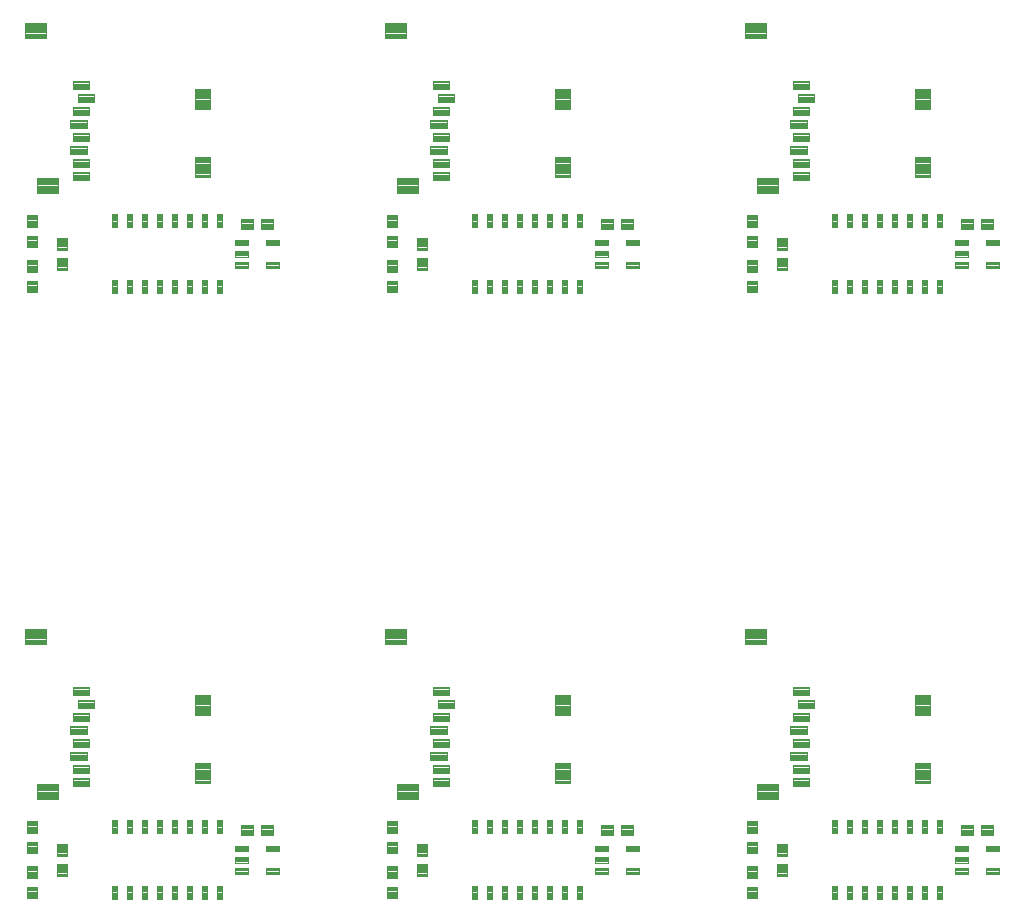
<source format=gbp>
G04 EAGLE Gerber RS-274X export*
G75*
%MOMM*%
%FSLAX34Y34*%
%LPD*%
%INSolderpaste Bottom*%
%IPPOS*%
%AMOC8*
5,1,8,0,0,1.08239X$1,22.5*%
G01*
%ADD10C,0.098000*%
%ADD11C,0.104000*%
%ADD12C,0.099000*%
%ADD13C,0.100000*%
%ADD14C,0.102000*%


D10*
X150780Y223930D02*
X150780Y240950D01*
X163800Y240950D01*
X163800Y223930D01*
X150780Y223930D01*
X150780Y224861D02*
X163800Y224861D01*
X163800Y225792D02*
X150780Y225792D01*
X150780Y226723D02*
X163800Y226723D01*
X163800Y227654D02*
X150780Y227654D01*
X150780Y228585D02*
X163800Y228585D01*
X163800Y229516D02*
X150780Y229516D01*
X150780Y230447D02*
X163800Y230447D01*
X163800Y231378D02*
X150780Y231378D01*
X150780Y232309D02*
X163800Y232309D01*
X163800Y233240D02*
X150780Y233240D01*
X150780Y234171D02*
X163800Y234171D01*
X163800Y235102D02*
X150780Y235102D01*
X150780Y236033D02*
X163800Y236033D01*
X163800Y236964D02*
X150780Y236964D01*
X150780Y237895D02*
X163800Y237895D01*
X163800Y238826D02*
X150780Y238826D01*
X150780Y239757D02*
X163800Y239757D01*
X163800Y240688D02*
X150780Y240688D01*
X150780Y183950D02*
X150780Y166930D01*
X150780Y183950D02*
X163800Y183950D01*
X163800Y166930D01*
X150780Y166930D01*
X150780Y167861D02*
X163800Y167861D01*
X163800Y168792D02*
X150780Y168792D01*
X150780Y169723D02*
X163800Y169723D01*
X163800Y170654D02*
X150780Y170654D01*
X150780Y171585D02*
X163800Y171585D01*
X163800Y172516D02*
X150780Y172516D01*
X150780Y173447D02*
X163800Y173447D01*
X163800Y174378D02*
X150780Y174378D01*
X150780Y175309D02*
X163800Y175309D01*
X163800Y176240D02*
X150780Y176240D01*
X150780Y177171D02*
X163800Y177171D01*
X163800Y178102D02*
X150780Y178102D01*
X150780Y179033D02*
X163800Y179033D01*
X163800Y179964D02*
X150780Y179964D01*
X150780Y180895D02*
X163800Y180895D01*
X163800Y181826D02*
X150780Y181826D01*
X150780Y182757D02*
X163800Y182757D01*
X163800Y183688D02*
X150780Y183688D01*
X16780Y165950D02*
X16780Y152930D01*
X16780Y165950D02*
X34800Y165950D01*
X34800Y152930D01*
X16780Y152930D01*
X16780Y153861D02*
X34800Y153861D01*
X34800Y154792D02*
X16780Y154792D01*
X16780Y155723D02*
X34800Y155723D01*
X34800Y156654D02*
X16780Y156654D01*
X16780Y157585D02*
X34800Y157585D01*
X34800Y158516D02*
X16780Y158516D01*
X16780Y159447D02*
X34800Y159447D01*
X34800Y160378D02*
X16780Y160378D01*
X16780Y161309D02*
X34800Y161309D01*
X34800Y162240D02*
X16780Y162240D01*
X16780Y163171D02*
X34800Y163171D01*
X34800Y164102D02*
X16780Y164102D01*
X16780Y165033D02*
X34800Y165033D01*
X6780Y284430D02*
X6780Y297450D01*
X24800Y297450D01*
X24800Y284430D01*
X6780Y284430D01*
X6780Y285361D02*
X24800Y285361D01*
X24800Y286292D02*
X6780Y286292D01*
X6780Y287223D02*
X24800Y287223D01*
X24800Y288154D02*
X6780Y288154D01*
X6780Y289085D02*
X24800Y289085D01*
X24800Y290016D02*
X6780Y290016D01*
X6780Y290947D02*
X24800Y290947D01*
X24800Y291878D02*
X6780Y291878D01*
X6780Y292809D02*
X24800Y292809D01*
X24800Y293740D02*
X6780Y293740D01*
X6780Y294671D02*
X24800Y294671D01*
X24800Y295602D02*
X6780Y295602D01*
X6780Y296533D02*
X24800Y296533D01*
D11*
X47310Y247820D02*
X47310Y240860D01*
X47310Y247820D02*
X61270Y247820D01*
X61270Y240860D01*
X47310Y240860D01*
X47310Y241848D02*
X61270Y241848D01*
X61270Y242836D02*
X47310Y242836D01*
X47310Y243824D02*
X61270Y243824D01*
X61270Y244812D02*
X47310Y244812D01*
X47310Y245800D02*
X61270Y245800D01*
X61270Y246788D02*
X47310Y246788D01*
X47310Y247776D02*
X61270Y247776D01*
X51310Y236820D02*
X51310Y229860D01*
X51310Y236820D02*
X65270Y236820D01*
X65270Y229860D01*
X51310Y229860D01*
X51310Y230848D02*
X65270Y230848D01*
X65270Y231836D02*
X51310Y231836D01*
X51310Y232824D02*
X65270Y232824D01*
X65270Y233812D02*
X51310Y233812D01*
X51310Y234800D02*
X65270Y234800D01*
X65270Y235788D02*
X51310Y235788D01*
X51310Y236776D02*
X65270Y236776D01*
X47310Y225820D02*
X47310Y218860D01*
X47310Y225820D02*
X61270Y225820D01*
X61270Y218860D01*
X47310Y218860D01*
X47310Y219848D02*
X61270Y219848D01*
X61270Y220836D02*
X47310Y220836D01*
X47310Y221824D02*
X61270Y221824D01*
X61270Y222812D02*
X47310Y222812D01*
X47310Y223800D02*
X61270Y223800D01*
X61270Y224788D02*
X47310Y224788D01*
X47310Y225776D02*
X61270Y225776D01*
X45310Y214820D02*
X45310Y207860D01*
X45310Y214820D02*
X59270Y214820D01*
X59270Y207860D01*
X45310Y207860D01*
X45310Y208848D02*
X59270Y208848D01*
X59270Y209836D02*
X45310Y209836D01*
X45310Y210824D02*
X59270Y210824D01*
X59270Y211812D02*
X45310Y211812D01*
X45310Y212800D02*
X59270Y212800D01*
X59270Y213788D02*
X45310Y213788D01*
X45310Y214776D02*
X59270Y214776D01*
X47310Y203820D02*
X47310Y196860D01*
X47310Y203820D02*
X61270Y203820D01*
X61270Y196860D01*
X47310Y196860D01*
X47310Y197848D02*
X61270Y197848D01*
X61270Y198836D02*
X47310Y198836D01*
X47310Y199824D02*
X61270Y199824D01*
X61270Y200812D02*
X47310Y200812D01*
X47310Y201800D02*
X61270Y201800D01*
X61270Y202788D02*
X47310Y202788D01*
X47310Y203776D02*
X61270Y203776D01*
X45310Y192820D02*
X45310Y185860D01*
X45310Y192820D02*
X59270Y192820D01*
X59270Y185860D01*
X45310Y185860D01*
X45310Y186848D02*
X59270Y186848D01*
X59270Y187836D02*
X45310Y187836D01*
X45310Y188824D02*
X59270Y188824D01*
X59270Y189812D02*
X45310Y189812D01*
X45310Y190800D02*
X59270Y190800D01*
X59270Y191788D02*
X45310Y191788D01*
X45310Y192776D02*
X59270Y192776D01*
X47310Y181820D02*
X47310Y174860D01*
X47310Y181820D02*
X61270Y181820D01*
X61270Y174860D01*
X47310Y174860D01*
X47310Y175848D02*
X61270Y175848D01*
X61270Y176836D02*
X47310Y176836D01*
X47310Y177824D02*
X61270Y177824D01*
X61270Y178812D02*
X47310Y178812D01*
X47310Y179800D02*
X61270Y179800D01*
X61270Y180788D02*
X47310Y180788D01*
X47310Y181776D02*
X61270Y181776D01*
X47310Y170820D02*
X47310Y163860D01*
X47310Y170820D02*
X61270Y170820D01*
X61270Y163860D01*
X47310Y163860D01*
X47310Y164848D02*
X61270Y164848D01*
X61270Y165836D02*
X47310Y165836D01*
X47310Y166824D02*
X61270Y166824D01*
X61270Y167812D02*
X47310Y167812D01*
X47310Y168800D02*
X61270Y168800D01*
X61270Y169788D02*
X47310Y169788D01*
X47310Y170776D02*
X61270Y170776D01*
D12*
X195704Y94355D02*
X195704Y89845D01*
X184694Y89845D01*
X184694Y94355D01*
X195704Y94355D01*
X195704Y90785D02*
X184694Y90785D01*
X184694Y91725D02*
X195704Y91725D01*
X195704Y92665D02*
X184694Y92665D01*
X184694Y93605D02*
X195704Y93605D01*
X195704Y99345D02*
X195704Y103855D01*
X195704Y99345D02*
X184694Y99345D01*
X184694Y103855D01*
X195704Y103855D01*
X195704Y100285D02*
X184694Y100285D01*
X184694Y101225D02*
X195704Y101225D01*
X195704Y102165D02*
X184694Y102165D01*
X184694Y103105D02*
X195704Y103105D01*
X195704Y108845D02*
X195704Y113355D01*
X195704Y108845D02*
X184694Y108845D01*
X184694Y113355D01*
X195704Y113355D01*
X195704Y109785D02*
X184694Y109785D01*
X184694Y110725D02*
X195704Y110725D01*
X195704Y111665D02*
X184694Y111665D01*
X184694Y112605D02*
X195704Y112605D01*
X221706Y113355D02*
X221706Y108845D01*
X210696Y108845D01*
X210696Y113355D01*
X221706Y113355D01*
X221706Y109785D02*
X210696Y109785D01*
X210696Y110725D02*
X221706Y110725D01*
X221706Y111665D02*
X210696Y111665D01*
X210696Y112605D02*
X221706Y112605D01*
X221706Y94355D02*
X221706Y89845D01*
X210696Y89845D01*
X210696Y94355D01*
X221706Y94355D01*
X221706Y90785D02*
X210696Y90785D01*
X210696Y91725D02*
X221706Y91725D01*
X221706Y92665D02*
X210696Y92665D01*
X210696Y93605D02*
X221706Y93605D01*
D13*
X216700Y131500D02*
X206700Y131500D01*
X216700Y131500D02*
X216700Y122500D01*
X206700Y122500D01*
X206700Y131500D01*
X206700Y123450D02*
X216700Y123450D01*
X216700Y124400D02*
X206700Y124400D01*
X206700Y125350D02*
X216700Y125350D01*
X216700Y126300D02*
X206700Y126300D01*
X206700Y127250D02*
X216700Y127250D01*
X216700Y128200D02*
X206700Y128200D01*
X206700Y129150D02*
X216700Y129150D01*
X216700Y130100D02*
X206700Y130100D01*
X206700Y131050D02*
X216700Y131050D01*
X199700Y131500D02*
X189700Y131500D01*
X199700Y131500D02*
X199700Y122500D01*
X189700Y122500D01*
X189700Y131500D01*
X189700Y123450D02*
X199700Y123450D01*
X199700Y124400D02*
X189700Y124400D01*
X189700Y125350D02*
X199700Y125350D01*
X199700Y126300D02*
X189700Y126300D01*
X189700Y127250D02*
X199700Y127250D01*
X199700Y128200D02*
X189700Y128200D01*
X189700Y129150D02*
X199700Y129150D01*
X199700Y130100D02*
X189700Y130100D01*
X189700Y131050D02*
X199700Y131050D01*
X33600Y115100D02*
X33600Y105100D01*
X33600Y115100D02*
X42600Y115100D01*
X42600Y105100D01*
X33600Y105100D01*
X33600Y106050D02*
X42600Y106050D01*
X42600Y107000D02*
X33600Y107000D01*
X33600Y107950D02*
X42600Y107950D01*
X42600Y108900D02*
X33600Y108900D01*
X33600Y109850D02*
X42600Y109850D01*
X42600Y110800D02*
X33600Y110800D01*
X33600Y111750D02*
X42600Y111750D01*
X42600Y112700D02*
X33600Y112700D01*
X33600Y113650D02*
X42600Y113650D01*
X42600Y114600D02*
X33600Y114600D01*
X33600Y98100D02*
X33600Y88100D01*
X33600Y98100D02*
X42600Y98100D01*
X42600Y88100D01*
X33600Y88100D01*
X33600Y89050D02*
X42600Y89050D01*
X42600Y90000D02*
X33600Y90000D01*
X33600Y90950D02*
X42600Y90950D01*
X42600Y91900D02*
X33600Y91900D01*
X33600Y92850D02*
X42600Y92850D01*
X42600Y93800D02*
X33600Y93800D01*
X33600Y94750D02*
X42600Y94750D01*
X42600Y95700D02*
X33600Y95700D01*
X33600Y96650D02*
X42600Y96650D01*
X42600Y97600D02*
X33600Y97600D01*
X17200Y79050D02*
X17200Y69050D01*
X8200Y69050D01*
X8200Y79050D01*
X17200Y79050D01*
X17200Y70000D02*
X8200Y70000D01*
X8200Y70950D02*
X17200Y70950D01*
X17200Y71900D02*
X8200Y71900D01*
X8200Y72850D02*
X17200Y72850D01*
X17200Y73800D02*
X8200Y73800D01*
X8200Y74750D02*
X17200Y74750D01*
X17200Y75700D02*
X8200Y75700D01*
X8200Y76650D02*
X17200Y76650D01*
X17200Y77600D02*
X8200Y77600D01*
X8200Y78550D02*
X17200Y78550D01*
X17200Y86050D02*
X17200Y96050D01*
X17200Y86050D02*
X8200Y86050D01*
X8200Y96050D01*
X17200Y96050D01*
X17200Y87000D02*
X8200Y87000D01*
X8200Y87950D02*
X17200Y87950D01*
X17200Y88900D02*
X8200Y88900D01*
X8200Y89850D02*
X17200Y89850D01*
X17200Y90800D02*
X8200Y90800D01*
X8200Y91750D02*
X17200Y91750D01*
X17200Y92700D02*
X8200Y92700D01*
X8200Y93650D02*
X17200Y93650D01*
X17200Y94600D02*
X8200Y94600D01*
X8200Y95550D02*
X17200Y95550D01*
X8200Y124150D02*
X8200Y134150D01*
X17200Y134150D01*
X17200Y124150D01*
X8200Y124150D01*
X8200Y125100D02*
X17200Y125100D01*
X17200Y126050D02*
X8200Y126050D01*
X8200Y127000D02*
X17200Y127000D01*
X17200Y127950D02*
X8200Y127950D01*
X8200Y128900D02*
X17200Y128900D01*
X17200Y129850D02*
X8200Y129850D01*
X8200Y130800D02*
X17200Y130800D01*
X17200Y131750D02*
X8200Y131750D01*
X8200Y132700D02*
X17200Y132700D01*
X17200Y133650D02*
X8200Y133650D01*
X8200Y117150D02*
X8200Y107150D01*
X8200Y117150D02*
X17200Y117150D01*
X17200Y107150D01*
X8200Y107150D01*
X8200Y108100D02*
X17200Y108100D01*
X17200Y109050D02*
X8200Y109050D01*
X8200Y110000D02*
X17200Y110000D01*
X17200Y110950D02*
X8200Y110950D01*
X8200Y111900D02*
X17200Y111900D01*
X17200Y112850D02*
X8200Y112850D01*
X8200Y113800D02*
X17200Y113800D01*
X17200Y114750D02*
X8200Y114750D01*
X8200Y115700D02*
X17200Y115700D01*
X17200Y116650D02*
X8200Y116650D01*
D14*
X80060Y124110D02*
X85040Y124110D01*
X80060Y124110D02*
X80060Y135090D01*
X85040Y135090D01*
X85040Y124110D01*
X85040Y125079D02*
X80060Y125079D01*
X80060Y126048D02*
X85040Y126048D01*
X85040Y127017D02*
X80060Y127017D01*
X80060Y127986D02*
X85040Y127986D01*
X85040Y128955D02*
X80060Y128955D01*
X80060Y129924D02*
X85040Y129924D01*
X85040Y130893D02*
X80060Y130893D01*
X80060Y131862D02*
X85040Y131862D01*
X85040Y132831D02*
X80060Y132831D01*
X80060Y133800D02*
X85040Y133800D01*
X85040Y134769D02*
X80060Y134769D01*
X92760Y124110D02*
X97740Y124110D01*
X92760Y124110D02*
X92760Y135090D01*
X97740Y135090D01*
X97740Y124110D01*
X97740Y125079D02*
X92760Y125079D01*
X92760Y126048D02*
X97740Y126048D01*
X97740Y127017D02*
X92760Y127017D01*
X92760Y127986D02*
X97740Y127986D01*
X97740Y128955D02*
X92760Y128955D01*
X92760Y129924D02*
X97740Y129924D01*
X97740Y130893D02*
X92760Y130893D01*
X92760Y131862D02*
X97740Y131862D01*
X97740Y132831D02*
X92760Y132831D01*
X92760Y133800D02*
X97740Y133800D01*
X97740Y134769D02*
X92760Y134769D01*
X105460Y124110D02*
X110440Y124110D01*
X105460Y124110D02*
X105460Y135090D01*
X110440Y135090D01*
X110440Y124110D01*
X110440Y125079D02*
X105460Y125079D01*
X105460Y126048D02*
X110440Y126048D01*
X110440Y127017D02*
X105460Y127017D01*
X105460Y127986D02*
X110440Y127986D01*
X110440Y128955D02*
X105460Y128955D01*
X105460Y129924D02*
X110440Y129924D01*
X110440Y130893D02*
X105460Y130893D01*
X105460Y131862D02*
X110440Y131862D01*
X110440Y132831D02*
X105460Y132831D01*
X105460Y133800D02*
X110440Y133800D01*
X110440Y134769D02*
X105460Y134769D01*
X118160Y124110D02*
X123140Y124110D01*
X118160Y124110D02*
X118160Y135090D01*
X123140Y135090D01*
X123140Y124110D01*
X123140Y125079D02*
X118160Y125079D01*
X118160Y126048D02*
X123140Y126048D01*
X123140Y127017D02*
X118160Y127017D01*
X118160Y127986D02*
X123140Y127986D01*
X123140Y128955D02*
X118160Y128955D01*
X118160Y129924D02*
X123140Y129924D01*
X123140Y130893D02*
X118160Y130893D01*
X118160Y131862D02*
X123140Y131862D01*
X123140Y132831D02*
X118160Y132831D01*
X118160Y133800D02*
X123140Y133800D01*
X123140Y134769D02*
X118160Y134769D01*
X130860Y124110D02*
X135840Y124110D01*
X130860Y124110D02*
X130860Y135090D01*
X135840Y135090D01*
X135840Y124110D01*
X135840Y125079D02*
X130860Y125079D01*
X130860Y126048D02*
X135840Y126048D01*
X135840Y127017D02*
X130860Y127017D01*
X130860Y127986D02*
X135840Y127986D01*
X135840Y128955D02*
X130860Y128955D01*
X130860Y129924D02*
X135840Y129924D01*
X135840Y130893D02*
X130860Y130893D01*
X130860Y131862D02*
X135840Y131862D01*
X135840Y132831D02*
X130860Y132831D01*
X130860Y133800D02*
X135840Y133800D01*
X135840Y134769D02*
X130860Y134769D01*
X143560Y124110D02*
X148540Y124110D01*
X143560Y124110D02*
X143560Y135090D01*
X148540Y135090D01*
X148540Y124110D01*
X148540Y125079D02*
X143560Y125079D01*
X143560Y126048D02*
X148540Y126048D01*
X148540Y127017D02*
X143560Y127017D01*
X143560Y127986D02*
X148540Y127986D01*
X148540Y128955D02*
X143560Y128955D01*
X143560Y129924D02*
X148540Y129924D01*
X148540Y130893D02*
X143560Y130893D01*
X143560Y131862D02*
X148540Y131862D01*
X148540Y132831D02*
X143560Y132831D01*
X143560Y133800D02*
X148540Y133800D01*
X148540Y134769D02*
X143560Y134769D01*
X156260Y124110D02*
X161240Y124110D01*
X156260Y124110D02*
X156260Y135090D01*
X161240Y135090D01*
X161240Y124110D01*
X161240Y125079D02*
X156260Y125079D01*
X156260Y126048D02*
X161240Y126048D01*
X161240Y127017D02*
X156260Y127017D01*
X156260Y127986D02*
X161240Y127986D01*
X161240Y128955D02*
X156260Y128955D01*
X156260Y129924D02*
X161240Y129924D01*
X161240Y130893D02*
X156260Y130893D01*
X156260Y131862D02*
X161240Y131862D01*
X161240Y132831D02*
X156260Y132831D01*
X156260Y133800D02*
X161240Y133800D01*
X161240Y134769D02*
X156260Y134769D01*
X168960Y124110D02*
X173940Y124110D01*
X168960Y124110D02*
X168960Y135090D01*
X173940Y135090D01*
X173940Y124110D01*
X173940Y125079D02*
X168960Y125079D01*
X168960Y126048D02*
X173940Y126048D01*
X173940Y127017D02*
X168960Y127017D01*
X168960Y127986D02*
X173940Y127986D01*
X173940Y128955D02*
X168960Y128955D01*
X168960Y129924D02*
X173940Y129924D01*
X173940Y130893D02*
X168960Y130893D01*
X168960Y131862D02*
X173940Y131862D01*
X173940Y132831D02*
X168960Y132831D01*
X168960Y133800D02*
X173940Y133800D01*
X173940Y134769D02*
X168960Y134769D01*
X168960Y68110D02*
X173940Y68110D01*
X168960Y68110D02*
X168960Y79090D01*
X173940Y79090D01*
X173940Y68110D01*
X173940Y69079D02*
X168960Y69079D01*
X168960Y70048D02*
X173940Y70048D01*
X173940Y71017D02*
X168960Y71017D01*
X168960Y71986D02*
X173940Y71986D01*
X173940Y72955D02*
X168960Y72955D01*
X168960Y73924D02*
X173940Y73924D01*
X173940Y74893D02*
X168960Y74893D01*
X168960Y75862D02*
X173940Y75862D01*
X173940Y76831D02*
X168960Y76831D01*
X168960Y77800D02*
X173940Y77800D01*
X173940Y78769D02*
X168960Y78769D01*
X161240Y68110D02*
X156260Y68110D01*
X156260Y79090D01*
X161240Y79090D01*
X161240Y68110D01*
X161240Y69079D02*
X156260Y69079D01*
X156260Y70048D02*
X161240Y70048D01*
X161240Y71017D02*
X156260Y71017D01*
X156260Y71986D02*
X161240Y71986D01*
X161240Y72955D02*
X156260Y72955D01*
X156260Y73924D02*
X161240Y73924D01*
X161240Y74893D02*
X156260Y74893D01*
X156260Y75862D02*
X161240Y75862D01*
X161240Y76831D02*
X156260Y76831D01*
X156260Y77800D02*
X161240Y77800D01*
X161240Y78769D02*
X156260Y78769D01*
X148540Y68110D02*
X143560Y68110D01*
X143560Y79090D01*
X148540Y79090D01*
X148540Y68110D01*
X148540Y69079D02*
X143560Y69079D01*
X143560Y70048D02*
X148540Y70048D01*
X148540Y71017D02*
X143560Y71017D01*
X143560Y71986D02*
X148540Y71986D01*
X148540Y72955D02*
X143560Y72955D01*
X143560Y73924D02*
X148540Y73924D01*
X148540Y74893D02*
X143560Y74893D01*
X143560Y75862D02*
X148540Y75862D01*
X148540Y76831D02*
X143560Y76831D01*
X143560Y77800D02*
X148540Y77800D01*
X148540Y78769D02*
X143560Y78769D01*
X135840Y68110D02*
X130860Y68110D01*
X130860Y79090D01*
X135840Y79090D01*
X135840Y68110D01*
X135840Y69079D02*
X130860Y69079D01*
X130860Y70048D02*
X135840Y70048D01*
X135840Y71017D02*
X130860Y71017D01*
X130860Y71986D02*
X135840Y71986D01*
X135840Y72955D02*
X130860Y72955D01*
X130860Y73924D02*
X135840Y73924D01*
X135840Y74893D02*
X130860Y74893D01*
X130860Y75862D02*
X135840Y75862D01*
X135840Y76831D02*
X130860Y76831D01*
X130860Y77800D02*
X135840Y77800D01*
X135840Y78769D02*
X130860Y78769D01*
X123140Y68110D02*
X118160Y68110D01*
X118160Y79090D01*
X123140Y79090D01*
X123140Y68110D01*
X123140Y69079D02*
X118160Y69079D01*
X118160Y70048D02*
X123140Y70048D01*
X123140Y71017D02*
X118160Y71017D01*
X118160Y71986D02*
X123140Y71986D01*
X123140Y72955D02*
X118160Y72955D01*
X118160Y73924D02*
X123140Y73924D01*
X123140Y74893D02*
X118160Y74893D01*
X118160Y75862D02*
X123140Y75862D01*
X123140Y76831D02*
X118160Y76831D01*
X118160Y77800D02*
X123140Y77800D01*
X123140Y78769D02*
X118160Y78769D01*
X110440Y68110D02*
X105460Y68110D01*
X105460Y79090D01*
X110440Y79090D01*
X110440Y68110D01*
X110440Y69079D02*
X105460Y69079D01*
X105460Y70048D02*
X110440Y70048D01*
X110440Y71017D02*
X105460Y71017D01*
X105460Y71986D02*
X110440Y71986D01*
X110440Y72955D02*
X105460Y72955D01*
X105460Y73924D02*
X110440Y73924D01*
X110440Y74893D02*
X105460Y74893D01*
X105460Y75862D02*
X110440Y75862D01*
X110440Y76831D02*
X105460Y76831D01*
X105460Y77800D02*
X110440Y77800D01*
X110440Y78769D02*
X105460Y78769D01*
X97740Y68110D02*
X92760Y68110D01*
X92760Y79090D01*
X97740Y79090D01*
X97740Y68110D01*
X97740Y69079D02*
X92760Y69079D01*
X92760Y70048D02*
X97740Y70048D01*
X97740Y71017D02*
X92760Y71017D01*
X92760Y71986D02*
X97740Y71986D01*
X97740Y72955D02*
X92760Y72955D01*
X92760Y73924D02*
X97740Y73924D01*
X97740Y74893D02*
X92760Y74893D01*
X92760Y75862D02*
X97740Y75862D01*
X97740Y76831D02*
X92760Y76831D01*
X92760Y77800D02*
X97740Y77800D01*
X97740Y78769D02*
X92760Y78769D01*
X85040Y68110D02*
X80060Y68110D01*
X80060Y79090D01*
X85040Y79090D01*
X85040Y68110D01*
X85040Y69079D02*
X80060Y69079D01*
X80060Y70048D02*
X85040Y70048D01*
X85040Y71017D02*
X80060Y71017D01*
X80060Y71986D02*
X85040Y71986D01*
X85040Y72955D02*
X80060Y72955D01*
X80060Y73924D02*
X85040Y73924D01*
X85040Y74893D02*
X80060Y74893D01*
X80060Y75862D02*
X85040Y75862D01*
X85040Y76831D02*
X80060Y76831D01*
X80060Y77800D02*
X85040Y77800D01*
X85040Y78769D02*
X80060Y78769D01*
D10*
X455580Y223930D02*
X455580Y240950D01*
X468600Y240950D01*
X468600Y223930D01*
X455580Y223930D01*
X455580Y224861D02*
X468600Y224861D01*
X468600Y225792D02*
X455580Y225792D01*
X455580Y226723D02*
X468600Y226723D01*
X468600Y227654D02*
X455580Y227654D01*
X455580Y228585D02*
X468600Y228585D01*
X468600Y229516D02*
X455580Y229516D01*
X455580Y230447D02*
X468600Y230447D01*
X468600Y231378D02*
X455580Y231378D01*
X455580Y232309D02*
X468600Y232309D01*
X468600Y233240D02*
X455580Y233240D01*
X455580Y234171D02*
X468600Y234171D01*
X468600Y235102D02*
X455580Y235102D01*
X455580Y236033D02*
X468600Y236033D01*
X468600Y236964D02*
X455580Y236964D01*
X455580Y237895D02*
X468600Y237895D01*
X468600Y238826D02*
X455580Y238826D01*
X455580Y239757D02*
X468600Y239757D01*
X468600Y240688D02*
X455580Y240688D01*
X455580Y183950D02*
X455580Y166930D01*
X455580Y183950D02*
X468600Y183950D01*
X468600Y166930D01*
X455580Y166930D01*
X455580Y167861D02*
X468600Y167861D01*
X468600Y168792D02*
X455580Y168792D01*
X455580Y169723D02*
X468600Y169723D01*
X468600Y170654D02*
X455580Y170654D01*
X455580Y171585D02*
X468600Y171585D01*
X468600Y172516D02*
X455580Y172516D01*
X455580Y173447D02*
X468600Y173447D01*
X468600Y174378D02*
X455580Y174378D01*
X455580Y175309D02*
X468600Y175309D01*
X468600Y176240D02*
X455580Y176240D01*
X455580Y177171D02*
X468600Y177171D01*
X468600Y178102D02*
X455580Y178102D01*
X455580Y179033D02*
X468600Y179033D01*
X468600Y179964D02*
X455580Y179964D01*
X455580Y180895D02*
X468600Y180895D01*
X468600Y181826D02*
X455580Y181826D01*
X455580Y182757D02*
X468600Y182757D01*
X468600Y183688D02*
X455580Y183688D01*
X321580Y165950D02*
X321580Y152930D01*
X321580Y165950D02*
X339600Y165950D01*
X339600Y152930D01*
X321580Y152930D01*
X321580Y153861D02*
X339600Y153861D01*
X339600Y154792D02*
X321580Y154792D01*
X321580Y155723D02*
X339600Y155723D01*
X339600Y156654D02*
X321580Y156654D01*
X321580Y157585D02*
X339600Y157585D01*
X339600Y158516D02*
X321580Y158516D01*
X321580Y159447D02*
X339600Y159447D01*
X339600Y160378D02*
X321580Y160378D01*
X321580Y161309D02*
X339600Y161309D01*
X339600Y162240D02*
X321580Y162240D01*
X321580Y163171D02*
X339600Y163171D01*
X339600Y164102D02*
X321580Y164102D01*
X321580Y165033D02*
X339600Y165033D01*
X311580Y284430D02*
X311580Y297450D01*
X329600Y297450D01*
X329600Y284430D01*
X311580Y284430D01*
X311580Y285361D02*
X329600Y285361D01*
X329600Y286292D02*
X311580Y286292D01*
X311580Y287223D02*
X329600Y287223D01*
X329600Y288154D02*
X311580Y288154D01*
X311580Y289085D02*
X329600Y289085D01*
X329600Y290016D02*
X311580Y290016D01*
X311580Y290947D02*
X329600Y290947D01*
X329600Y291878D02*
X311580Y291878D01*
X311580Y292809D02*
X329600Y292809D01*
X329600Y293740D02*
X311580Y293740D01*
X311580Y294671D02*
X329600Y294671D01*
X329600Y295602D02*
X311580Y295602D01*
X311580Y296533D02*
X329600Y296533D01*
D11*
X352110Y247820D02*
X352110Y240860D01*
X352110Y247820D02*
X366070Y247820D01*
X366070Y240860D01*
X352110Y240860D01*
X352110Y241848D02*
X366070Y241848D01*
X366070Y242836D02*
X352110Y242836D01*
X352110Y243824D02*
X366070Y243824D01*
X366070Y244812D02*
X352110Y244812D01*
X352110Y245800D02*
X366070Y245800D01*
X366070Y246788D02*
X352110Y246788D01*
X352110Y247776D02*
X366070Y247776D01*
X356110Y236820D02*
X356110Y229860D01*
X356110Y236820D02*
X370070Y236820D01*
X370070Y229860D01*
X356110Y229860D01*
X356110Y230848D02*
X370070Y230848D01*
X370070Y231836D02*
X356110Y231836D01*
X356110Y232824D02*
X370070Y232824D01*
X370070Y233812D02*
X356110Y233812D01*
X356110Y234800D02*
X370070Y234800D01*
X370070Y235788D02*
X356110Y235788D01*
X356110Y236776D02*
X370070Y236776D01*
X352110Y225820D02*
X352110Y218860D01*
X352110Y225820D02*
X366070Y225820D01*
X366070Y218860D01*
X352110Y218860D01*
X352110Y219848D02*
X366070Y219848D01*
X366070Y220836D02*
X352110Y220836D01*
X352110Y221824D02*
X366070Y221824D01*
X366070Y222812D02*
X352110Y222812D01*
X352110Y223800D02*
X366070Y223800D01*
X366070Y224788D02*
X352110Y224788D01*
X352110Y225776D02*
X366070Y225776D01*
X350110Y214820D02*
X350110Y207860D01*
X350110Y214820D02*
X364070Y214820D01*
X364070Y207860D01*
X350110Y207860D01*
X350110Y208848D02*
X364070Y208848D01*
X364070Y209836D02*
X350110Y209836D01*
X350110Y210824D02*
X364070Y210824D01*
X364070Y211812D02*
X350110Y211812D01*
X350110Y212800D02*
X364070Y212800D01*
X364070Y213788D02*
X350110Y213788D01*
X350110Y214776D02*
X364070Y214776D01*
X352110Y203820D02*
X352110Y196860D01*
X352110Y203820D02*
X366070Y203820D01*
X366070Y196860D01*
X352110Y196860D01*
X352110Y197848D02*
X366070Y197848D01*
X366070Y198836D02*
X352110Y198836D01*
X352110Y199824D02*
X366070Y199824D01*
X366070Y200812D02*
X352110Y200812D01*
X352110Y201800D02*
X366070Y201800D01*
X366070Y202788D02*
X352110Y202788D01*
X352110Y203776D02*
X366070Y203776D01*
X350110Y192820D02*
X350110Y185860D01*
X350110Y192820D02*
X364070Y192820D01*
X364070Y185860D01*
X350110Y185860D01*
X350110Y186848D02*
X364070Y186848D01*
X364070Y187836D02*
X350110Y187836D01*
X350110Y188824D02*
X364070Y188824D01*
X364070Y189812D02*
X350110Y189812D01*
X350110Y190800D02*
X364070Y190800D01*
X364070Y191788D02*
X350110Y191788D01*
X350110Y192776D02*
X364070Y192776D01*
X352110Y181820D02*
X352110Y174860D01*
X352110Y181820D02*
X366070Y181820D01*
X366070Y174860D01*
X352110Y174860D01*
X352110Y175848D02*
X366070Y175848D01*
X366070Y176836D02*
X352110Y176836D01*
X352110Y177824D02*
X366070Y177824D01*
X366070Y178812D02*
X352110Y178812D01*
X352110Y179800D02*
X366070Y179800D01*
X366070Y180788D02*
X352110Y180788D01*
X352110Y181776D02*
X366070Y181776D01*
X352110Y170820D02*
X352110Y163860D01*
X352110Y170820D02*
X366070Y170820D01*
X366070Y163860D01*
X352110Y163860D01*
X352110Y164848D02*
X366070Y164848D01*
X366070Y165836D02*
X352110Y165836D01*
X352110Y166824D02*
X366070Y166824D01*
X366070Y167812D02*
X352110Y167812D01*
X352110Y168800D02*
X366070Y168800D01*
X366070Y169788D02*
X352110Y169788D01*
X352110Y170776D02*
X366070Y170776D01*
D12*
X500504Y94355D02*
X500504Y89845D01*
X489494Y89845D01*
X489494Y94355D01*
X500504Y94355D01*
X500504Y90785D02*
X489494Y90785D01*
X489494Y91725D02*
X500504Y91725D01*
X500504Y92665D02*
X489494Y92665D01*
X489494Y93605D02*
X500504Y93605D01*
X500504Y99345D02*
X500504Y103855D01*
X500504Y99345D02*
X489494Y99345D01*
X489494Y103855D01*
X500504Y103855D01*
X500504Y100285D02*
X489494Y100285D01*
X489494Y101225D02*
X500504Y101225D01*
X500504Y102165D02*
X489494Y102165D01*
X489494Y103105D02*
X500504Y103105D01*
X500504Y108845D02*
X500504Y113355D01*
X500504Y108845D02*
X489494Y108845D01*
X489494Y113355D01*
X500504Y113355D01*
X500504Y109785D02*
X489494Y109785D01*
X489494Y110725D02*
X500504Y110725D01*
X500504Y111665D02*
X489494Y111665D01*
X489494Y112605D02*
X500504Y112605D01*
X526506Y113355D02*
X526506Y108845D01*
X515496Y108845D01*
X515496Y113355D01*
X526506Y113355D01*
X526506Y109785D02*
X515496Y109785D01*
X515496Y110725D02*
X526506Y110725D01*
X526506Y111665D02*
X515496Y111665D01*
X515496Y112605D02*
X526506Y112605D01*
X526506Y94355D02*
X526506Y89845D01*
X515496Y89845D01*
X515496Y94355D01*
X526506Y94355D01*
X526506Y90785D02*
X515496Y90785D01*
X515496Y91725D02*
X526506Y91725D01*
X526506Y92665D02*
X515496Y92665D01*
X515496Y93605D02*
X526506Y93605D01*
D13*
X521500Y131500D02*
X511500Y131500D01*
X521500Y131500D02*
X521500Y122500D01*
X511500Y122500D01*
X511500Y131500D01*
X511500Y123450D02*
X521500Y123450D01*
X521500Y124400D02*
X511500Y124400D01*
X511500Y125350D02*
X521500Y125350D01*
X521500Y126300D02*
X511500Y126300D01*
X511500Y127250D02*
X521500Y127250D01*
X521500Y128200D02*
X511500Y128200D01*
X511500Y129150D02*
X521500Y129150D01*
X521500Y130100D02*
X511500Y130100D01*
X511500Y131050D02*
X521500Y131050D01*
X504500Y131500D02*
X494500Y131500D01*
X504500Y131500D02*
X504500Y122500D01*
X494500Y122500D01*
X494500Y131500D01*
X494500Y123450D02*
X504500Y123450D01*
X504500Y124400D02*
X494500Y124400D01*
X494500Y125350D02*
X504500Y125350D01*
X504500Y126300D02*
X494500Y126300D01*
X494500Y127250D02*
X504500Y127250D01*
X504500Y128200D02*
X494500Y128200D01*
X494500Y129150D02*
X504500Y129150D01*
X504500Y130100D02*
X494500Y130100D01*
X494500Y131050D02*
X504500Y131050D01*
X338400Y115100D02*
X338400Y105100D01*
X338400Y115100D02*
X347400Y115100D01*
X347400Y105100D01*
X338400Y105100D01*
X338400Y106050D02*
X347400Y106050D01*
X347400Y107000D02*
X338400Y107000D01*
X338400Y107950D02*
X347400Y107950D01*
X347400Y108900D02*
X338400Y108900D01*
X338400Y109850D02*
X347400Y109850D01*
X347400Y110800D02*
X338400Y110800D01*
X338400Y111750D02*
X347400Y111750D01*
X347400Y112700D02*
X338400Y112700D01*
X338400Y113650D02*
X347400Y113650D01*
X347400Y114600D02*
X338400Y114600D01*
X338400Y98100D02*
X338400Y88100D01*
X338400Y98100D02*
X347400Y98100D01*
X347400Y88100D01*
X338400Y88100D01*
X338400Y89050D02*
X347400Y89050D01*
X347400Y90000D02*
X338400Y90000D01*
X338400Y90950D02*
X347400Y90950D01*
X347400Y91900D02*
X338400Y91900D01*
X338400Y92850D02*
X347400Y92850D01*
X347400Y93800D02*
X338400Y93800D01*
X338400Y94750D02*
X347400Y94750D01*
X347400Y95700D02*
X338400Y95700D01*
X338400Y96650D02*
X347400Y96650D01*
X347400Y97600D02*
X338400Y97600D01*
X322000Y79050D02*
X322000Y69050D01*
X313000Y69050D01*
X313000Y79050D01*
X322000Y79050D01*
X322000Y70000D02*
X313000Y70000D01*
X313000Y70950D02*
X322000Y70950D01*
X322000Y71900D02*
X313000Y71900D01*
X313000Y72850D02*
X322000Y72850D01*
X322000Y73800D02*
X313000Y73800D01*
X313000Y74750D02*
X322000Y74750D01*
X322000Y75700D02*
X313000Y75700D01*
X313000Y76650D02*
X322000Y76650D01*
X322000Y77600D02*
X313000Y77600D01*
X313000Y78550D02*
X322000Y78550D01*
X322000Y86050D02*
X322000Y96050D01*
X322000Y86050D02*
X313000Y86050D01*
X313000Y96050D01*
X322000Y96050D01*
X322000Y87000D02*
X313000Y87000D01*
X313000Y87950D02*
X322000Y87950D01*
X322000Y88900D02*
X313000Y88900D01*
X313000Y89850D02*
X322000Y89850D01*
X322000Y90800D02*
X313000Y90800D01*
X313000Y91750D02*
X322000Y91750D01*
X322000Y92700D02*
X313000Y92700D01*
X313000Y93650D02*
X322000Y93650D01*
X322000Y94600D02*
X313000Y94600D01*
X313000Y95550D02*
X322000Y95550D01*
X313000Y124150D02*
X313000Y134150D01*
X322000Y134150D01*
X322000Y124150D01*
X313000Y124150D01*
X313000Y125100D02*
X322000Y125100D01*
X322000Y126050D02*
X313000Y126050D01*
X313000Y127000D02*
X322000Y127000D01*
X322000Y127950D02*
X313000Y127950D01*
X313000Y128900D02*
X322000Y128900D01*
X322000Y129850D02*
X313000Y129850D01*
X313000Y130800D02*
X322000Y130800D01*
X322000Y131750D02*
X313000Y131750D01*
X313000Y132700D02*
X322000Y132700D01*
X322000Y133650D02*
X313000Y133650D01*
X313000Y117150D02*
X313000Y107150D01*
X313000Y117150D02*
X322000Y117150D01*
X322000Y107150D01*
X313000Y107150D01*
X313000Y108100D02*
X322000Y108100D01*
X322000Y109050D02*
X313000Y109050D01*
X313000Y110000D02*
X322000Y110000D01*
X322000Y110950D02*
X313000Y110950D01*
X313000Y111900D02*
X322000Y111900D01*
X322000Y112850D02*
X313000Y112850D01*
X313000Y113800D02*
X322000Y113800D01*
X322000Y114750D02*
X313000Y114750D01*
X313000Y115700D02*
X322000Y115700D01*
X322000Y116650D02*
X313000Y116650D01*
D14*
X384860Y124110D02*
X389840Y124110D01*
X384860Y124110D02*
X384860Y135090D01*
X389840Y135090D01*
X389840Y124110D01*
X389840Y125079D02*
X384860Y125079D01*
X384860Y126048D02*
X389840Y126048D01*
X389840Y127017D02*
X384860Y127017D01*
X384860Y127986D02*
X389840Y127986D01*
X389840Y128955D02*
X384860Y128955D01*
X384860Y129924D02*
X389840Y129924D01*
X389840Y130893D02*
X384860Y130893D01*
X384860Y131862D02*
X389840Y131862D01*
X389840Y132831D02*
X384860Y132831D01*
X384860Y133800D02*
X389840Y133800D01*
X389840Y134769D02*
X384860Y134769D01*
X397560Y124110D02*
X402540Y124110D01*
X397560Y124110D02*
X397560Y135090D01*
X402540Y135090D01*
X402540Y124110D01*
X402540Y125079D02*
X397560Y125079D01*
X397560Y126048D02*
X402540Y126048D01*
X402540Y127017D02*
X397560Y127017D01*
X397560Y127986D02*
X402540Y127986D01*
X402540Y128955D02*
X397560Y128955D01*
X397560Y129924D02*
X402540Y129924D01*
X402540Y130893D02*
X397560Y130893D01*
X397560Y131862D02*
X402540Y131862D01*
X402540Y132831D02*
X397560Y132831D01*
X397560Y133800D02*
X402540Y133800D01*
X402540Y134769D02*
X397560Y134769D01*
X410260Y124110D02*
X415240Y124110D01*
X410260Y124110D02*
X410260Y135090D01*
X415240Y135090D01*
X415240Y124110D01*
X415240Y125079D02*
X410260Y125079D01*
X410260Y126048D02*
X415240Y126048D01*
X415240Y127017D02*
X410260Y127017D01*
X410260Y127986D02*
X415240Y127986D01*
X415240Y128955D02*
X410260Y128955D01*
X410260Y129924D02*
X415240Y129924D01*
X415240Y130893D02*
X410260Y130893D01*
X410260Y131862D02*
X415240Y131862D01*
X415240Y132831D02*
X410260Y132831D01*
X410260Y133800D02*
X415240Y133800D01*
X415240Y134769D02*
X410260Y134769D01*
X422960Y124110D02*
X427940Y124110D01*
X422960Y124110D02*
X422960Y135090D01*
X427940Y135090D01*
X427940Y124110D01*
X427940Y125079D02*
X422960Y125079D01*
X422960Y126048D02*
X427940Y126048D01*
X427940Y127017D02*
X422960Y127017D01*
X422960Y127986D02*
X427940Y127986D01*
X427940Y128955D02*
X422960Y128955D01*
X422960Y129924D02*
X427940Y129924D01*
X427940Y130893D02*
X422960Y130893D01*
X422960Y131862D02*
X427940Y131862D01*
X427940Y132831D02*
X422960Y132831D01*
X422960Y133800D02*
X427940Y133800D01*
X427940Y134769D02*
X422960Y134769D01*
X435660Y124110D02*
X440640Y124110D01*
X435660Y124110D02*
X435660Y135090D01*
X440640Y135090D01*
X440640Y124110D01*
X440640Y125079D02*
X435660Y125079D01*
X435660Y126048D02*
X440640Y126048D01*
X440640Y127017D02*
X435660Y127017D01*
X435660Y127986D02*
X440640Y127986D01*
X440640Y128955D02*
X435660Y128955D01*
X435660Y129924D02*
X440640Y129924D01*
X440640Y130893D02*
X435660Y130893D01*
X435660Y131862D02*
X440640Y131862D01*
X440640Y132831D02*
X435660Y132831D01*
X435660Y133800D02*
X440640Y133800D01*
X440640Y134769D02*
X435660Y134769D01*
X448360Y124110D02*
X453340Y124110D01*
X448360Y124110D02*
X448360Y135090D01*
X453340Y135090D01*
X453340Y124110D01*
X453340Y125079D02*
X448360Y125079D01*
X448360Y126048D02*
X453340Y126048D01*
X453340Y127017D02*
X448360Y127017D01*
X448360Y127986D02*
X453340Y127986D01*
X453340Y128955D02*
X448360Y128955D01*
X448360Y129924D02*
X453340Y129924D01*
X453340Y130893D02*
X448360Y130893D01*
X448360Y131862D02*
X453340Y131862D01*
X453340Y132831D02*
X448360Y132831D01*
X448360Y133800D02*
X453340Y133800D01*
X453340Y134769D02*
X448360Y134769D01*
X461060Y124110D02*
X466040Y124110D01*
X461060Y124110D02*
X461060Y135090D01*
X466040Y135090D01*
X466040Y124110D01*
X466040Y125079D02*
X461060Y125079D01*
X461060Y126048D02*
X466040Y126048D01*
X466040Y127017D02*
X461060Y127017D01*
X461060Y127986D02*
X466040Y127986D01*
X466040Y128955D02*
X461060Y128955D01*
X461060Y129924D02*
X466040Y129924D01*
X466040Y130893D02*
X461060Y130893D01*
X461060Y131862D02*
X466040Y131862D01*
X466040Y132831D02*
X461060Y132831D01*
X461060Y133800D02*
X466040Y133800D01*
X466040Y134769D02*
X461060Y134769D01*
X473760Y124110D02*
X478740Y124110D01*
X473760Y124110D02*
X473760Y135090D01*
X478740Y135090D01*
X478740Y124110D01*
X478740Y125079D02*
X473760Y125079D01*
X473760Y126048D02*
X478740Y126048D01*
X478740Y127017D02*
X473760Y127017D01*
X473760Y127986D02*
X478740Y127986D01*
X478740Y128955D02*
X473760Y128955D01*
X473760Y129924D02*
X478740Y129924D01*
X478740Y130893D02*
X473760Y130893D01*
X473760Y131862D02*
X478740Y131862D01*
X478740Y132831D02*
X473760Y132831D01*
X473760Y133800D02*
X478740Y133800D01*
X478740Y134769D02*
X473760Y134769D01*
X473760Y68110D02*
X478740Y68110D01*
X473760Y68110D02*
X473760Y79090D01*
X478740Y79090D01*
X478740Y68110D01*
X478740Y69079D02*
X473760Y69079D01*
X473760Y70048D02*
X478740Y70048D01*
X478740Y71017D02*
X473760Y71017D01*
X473760Y71986D02*
X478740Y71986D01*
X478740Y72955D02*
X473760Y72955D01*
X473760Y73924D02*
X478740Y73924D01*
X478740Y74893D02*
X473760Y74893D01*
X473760Y75862D02*
X478740Y75862D01*
X478740Y76831D02*
X473760Y76831D01*
X473760Y77800D02*
X478740Y77800D01*
X478740Y78769D02*
X473760Y78769D01*
X466040Y68110D02*
X461060Y68110D01*
X461060Y79090D01*
X466040Y79090D01*
X466040Y68110D01*
X466040Y69079D02*
X461060Y69079D01*
X461060Y70048D02*
X466040Y70048D01*
X466040Y71017D02*
X461060Y71017D01*
X461060Y71986D02*
X466040Y71986D01*
X466040Y72955D02*
X461060Y72955D01*
X461060Y73924D02*
X466040Y73924D01*
X466040Y74893D02*
X461060Y74893D01*
X461060Y75862D02*
X466040Y75862D01*
X466040Y76831D02*
X461060Y76831D01*
X461060Y77800D02*
X466040Y77800D01*
X466040Y78769D02*
X461060Y78769D01*
X453340Y68110D02*
X448360Y68110D01*
X448360Y79090D01*
X453340Y79090D01*
X453340Y68110D01*
X453340Y69079D02*
X448360Y69079D01*
X448360Y70048D02*
X453340Y70048D01*
X453340Y71017D02*
X448360Y71017D01*
X448360Y71986D02*
X453340Y71986D01*
X453340Y72955D02*
X448360Y72955D01*
X448360Y73924D02*
X453340Y73924D01*
X453340Y74893D02*
X448360Y74893D01*
X448360Y75862D02*
X453340Y75862D01*
X453340Y76831D02*
X448360Y76831D01*
X448360Y77800D02*
X453340Y77800D01*
X453340Y78769D02*
X448360Y78769D01*
X440640Y68110D02*
X435660Y68110D01*
X435660Y79090D01*
X440640Y79090D01*
X440640Y68110D01*
X440640Y69079D02*
X435660Y69079D01*
X435660Y70048D02*
X440640Y70048D01*
X440640Y71017D02*
X435660Y71017D01*
X435660Y71986D02*
X440640Y71986D01*
X440640Y72955D02*
X435660Y72955D01*
X435660Y73924D02*
X440640Y73924D01*
X440640Y74893D02*
X435660Y74893D01*
X435660Y75862D02*
X440640Y75862D01*
X440640Y76831D02*
X435660Y76831D01*
X435660Y77800D02*
X440640Y77800D01*
X440640Y78769D02*
X435660Y78769D01*
X427940Y68110D02*
X422960Y68110D01*
X422960Y79090D01*
X427940Y79090D01*
X427940Y68110D01*
X427940Y69079D02*
X422960Y69079D01*
X422960Y70048D02*
X427940Y70048D01*
X427940Y71017D02*
X422960Y71017D01*
X422960Y71986D02*
X427940Y71986D01*
X427940Y72955D02*
X422960Y72955D01*
X422960Y73924D02*
X427940Y73924D01*
X427940Y74893D02*
X422960Y74893D01*
X422960Y75862D02*
X427940Y75862D01*
X427940Y76831D02*
X422960Y76831D01*
X422960Y77800D02*
X427940Y77800D01*
X427940Y78769D02*
X422960Y78769D01*
X415240Y68110D02*
X410260Y68110D01*
X410260Y79090D01*
X415240Y79090D01*
X415240Y68110D01*
X415240Y69079D02*
X410260Y69079D01*
X410260Y70048D02*
X415240Y70048D01*
X415240Y71017D02*
X410260Y71017D01*
X410260Y71986D02*
X415240Y71986D01*
X415240Y72955D02*
X410260Y72955D01*
X410260Y73924D02*
X415240Y73924D01*
X415240Y74893D02*
X410260Y74893D01*
X410260Y75862D02*
X415240Y75862D01*
X415240Y76831D02*
X410260Y76831D01*
X410260Y77800D02*
X415240Y77800D01*
X415240Y78769D02*
X410260Y78769D01*
X402540Y68110D02*
X397560Y68110D01*
X397560Y79090D01*
X402540Y79090D01*
X402540Y68110D01*
X402540Y69079D02*
X397560Y69079D01*
X397560Y70048D02*
X402540Y70048D01*
X402540Y71017D02*
X397560Y71017D01*
X397560Y71986D02*
X402540Y71986D01*
X402540Y72955D02*
X397560Y72955D01*
X397560Y73924D02*
X402540Y73924D01*
X402540Y74893D02*
X397560Y74893D01*
X397560Y75862D02*
X402540Y75862D01*
X402540Y76831D02*
X397560Y76831D01*
X397560Y77800D02*
X402540Y77800D01*
X402540Y78769D02*
X397560Y78769D01*
X389840Y68110D02*
X384860Y68110D01*
X384860Y79090D01*
X389840Y79090D01*
X389840Y68110D01*
X389840Y69079D02*
X384860Y69079D01*
X384860Y70048D02*
X389840Y70048D01*
X389840Y71017D02*
X384860Y71017D01*
X384860Y71986D02*
X389840Y71986D01*
X389840Y72955D02*
X384860Y72955D01*
X384860Y73924D02*
X389840Y73924D01*
X389840Y74893D02*
X384860Y74893D01*
X384860Y75862D02*
X389840Y75862D01*
X389840Y76831D02*
X384860Y76831D01*
X384860Y77800D02*
X389840Y77800D01*
X389840Y78769D02*
X384860Y78769D01*
D10*
X760380Y223930D02*
X760380Y240950D01*
X773400Y240950D01*
X773400Y223930D01*
X760380Y223930D01*
X760380Y224861D02*
X773400Y224861D01*
X773400Y225792D02*
X760380Y225792D01*
X760380Y226723D02*
X773400Y226723D01*
X773400Y227654D02*
X760380Y227654D01*
X760380Y228585D02*
X773400Y228585D01*
X773400Y229516D02*
X760380Y229516D01*
X760380Y230447D02*
X773400Y230447D01*
X773400Y231378D02*
X760380Y231378D01*
X760380Y232309D02*
X773400Y232309D01*
X773400Y233240D02*
X760380Y233240D01*
X760380Y234171D02*
X773400Y234171D01*
X773400Y235102D02*
X760380Y235102D01*
X760380Y236033D02*
X773400Y236033D01*
X773400Y236964D02*
X760380Y236964D01*
X760380Y237895D02*
X773400Y237895D01*
X773400Y238826D02*
X760380Y238826D01*
X760380Y239757D02*
X773400Y239757D01*
X773400Y240688D02*
X760380Y240688D01*
X760380Y183950D02*
X760380Y166930D01*
X760380Y183950D02*
X773400Y183950D01*
X773400Y166930D01*
X760380Y166930D01*
X760380Y167861D02*
X773400Y167861D01*
X773400Y168792D02*
X760380Y168792D01*
X760380Y169723D02*
X773400Y169723D01*
X773400Y170654D02*
X760380Y170654D01*
X760380Y171585D02*
X773400Y171585D01*
X773400Y172516D02*
X760380Y172516D01*
X760380Y173447D02*
X773400Y173447D01*
X773400Y174378D02*
X760380Y174378D01*
X760380Y175309D02*
X773400Y175309D01*
X773400Y176240D02*
X760380Y176240D01*
X760380Y177171D02*
X773400Y177171D01*
X773400Y178102D02*
X760380Y178102D01*
X760380Y179033D02*
X773400Y179033D01*
X773400Y179964D02*
X760380Y179964D01*
X760380Y180895D02*
X773400Y180895D01*
X773400Y181826D02*
X760380Y181826D01*
X760380Y182757D02*
X773400Y182757D01*
X773400Y183688D02*
X760380Y183688D01*
X626380Y165950D02*
X626380Y152930D01*
X626380Y165950D02*
X644400Y165950D01*
X644400Y152930D01*
X626380Y152930D01*
X626380Y153861D02*
X644400Y153861D01*
X644400Y154792D02*
X626380Y154792D01*
X626380Y155723D02*
X644400Y155723D01*
X644400Y156654D02*
X626380Y156654D01*
X626380Y157585D02*
X644400Y157585D01*
X644400Y158516D02*
X626380Y158516D01*
X626380Y159447D02*
X644400Y159447D01*
X644400Y160378D02*
X626380Y160378D01*
X626380Y161309D02*
X644400Y161309D01*
X644400Y162240D02*
X626380Y162240D01*
X626380Y163171D02*
X644400Y163171D01*
X644400Y164102D02*
X626380Y164102D01*
X626380Y165033D02*
X644400Y165033D01*
X616380Y284430D02*
X616380Y297450D01*
X634400Y297450D01*
X634400Y284430D01*
X616380Y284430D01*
X616380Y285361D02*
X634400Y285361D01*
X634400Y286292D02*
X616380Y286292D01*
X616380Y287223D02*
X634400Y287223D01*
X634400Y288154D02*
X616380Y288154D01*
X616380Y289085D02*
X634400Y289085D01*
X634400Y290016D02*
X616380Y290016D01*
X616380Y290947D02*
X634400Y290947D01*
X634400Y291878D02*
X616380Y291878D01*
X616380Y292809D02*
X634400Y292809D01*
X634400Y293740D02*
X616380Y293740D01*
X616380Y294671D02*
X634400Y294671D01*
X634400Y295602D02*
X616380Y295602D01*
X616380Y296533D02*
X634400Y296533D01*
D11*
X656910Y247820D02*
X656910Y240860D01*
X656910Y247820D02*
X670870Y247820D01*
X670870Y240860D01*
X656910Y240860D01*
X656910Y241848D02*
X670870Y241848D01*
X670870Y242836D02*
X656910Y242836D01*
X656910Y243824D02*
X670870Y243824D01*
X670870Y244812D02*
X656910Y244812D01*
X656910Y245800D02*
X670870Y245800D01*
X670870Y246788D02*
X656910Y246788D01*
X656910Y247776D02*
X670870Y247776D01*
X660910Y236820D02*
X660910Y229860D01*
X660910Y236820D02*
X674870Y236820D01*
X674870Y229860D01*
X660910Y229860D01*
X660910Y230848D02*
X674870Y230848D01*
X674870Y231836D02*
X660910Y231836D01*
X660910Y232824D02*
X674870Y232824D01*
X674870Y233812D02*
X660910Y233812D01*
X660910Y234800D02*
X674870Y234800D01*
X674870Y235788D02*
X660910Y235788D01*
X660910Y236776D02*
X674870Y236776D01*
X656910Y225820D02*
X656910Y218860D01*
X656910Y225820D02*
X670870Y225820D01*
X670870Y218860D01*
X656910Y218860D01*
X656910Y219848D02*
X670870Y219848D01*
X670870Y220836D02*
X656910Y220836D01*
X656910Y221824D02*
X670870Y221824D01*
X670870Y222812D02*
X656910Y222812D01*
X656910Y223800D02*
X670870Y223800D01*
X670870Y224788D02*
X656910Y224788D01*
X656910Y225776D02*
X670870Y225776D01*
X654910Y214820D02*
X654910Y207860D01*
X654910Y214820D02*
X668870Y214820D01*
X668870Y207860D01*
X654910Y207860D01*
X654910Y208848D02*
X668870Y208848D01*
X668870Y209836D02*
X654910Y209836D01*
X654910Y210824D02*
X668870Y210824D01*
X668870Y211812D02*
X654910Y211812D01*
X654910Y212800D02*
X668870Y212800D01*
X668870Y213788D02*
X654910Y213788D01*
X654910Y214776D02*
X668870Y214776D01*
X656910Y203820D02*
X656910Y196860D01*
X656910Y203820D02*
X670870Y203820D01*
X670870Y196860D01*
X656910Y196860D01*
X656910Y197848D02*
X670870Y197848D01*
X670870Y198836D02*
X656910Y198836D01*
X656910Y199824D02*
X670870Y199824D01*
X670870Y200812D02*
X656910Y200812D01*
X656910Y201800D02*
X670870Y201800D01*
X670870Y202788D02*
X656910Y202788D01*
X656910Y203776D02*
X670870Y203776D01*
X654910Y192820D02*
X654910Y185860D01*
X654910Y192820D02*
X668870Y192820D01*
X668870Y185860D01*
X654910Y185860D01*
X654910Y186848D02*
X668870Y186848D01*
X668870Y187836D02*
X654910Y187836D01*
X654910Y188824D02*
X668870Y188824D01*
X668870Y189812D02*
X654910Y189812D01*
X654910Y190800D02*
X668870Y190800D01*
X668870Y191788D02*
X654910Y191788D01*
X654910Y192776D02*
X668870Y192776D01*
X656910Y181820D02*
X656910Y174860D01*
X656910Y181820D02*
X670870Y181820D01*
X670870Y174860D01*
X656910Y174860D01*
X656910Y175848D02*
X670870Y175848D01*
X670870Y176836D02*
X656910Y176836D01*
X656910Y177824D02*
X670870Y177824D01*
X670870Y178812D02*
X656910Y178812D01*
X656910Y179800D02*
X670870Y179800D01*
X670870Y180788D02*
X656910Y180788D01*
X656910Y181776D02*
X670870Y181776D01*
X656910Y170820D02*
X656910Y163860D01*
X656910Y170820D02*
X670870Y170820D01*
X670870Y163860D01*
X656910Y163860D01*
X656910Y164848D02*
X670870Y164848D01*
X670870Y165836D02*
X656910Y165836D01*
X656910Y166824D02*
X670870Y166824D01*
X670870Y167812D02*
X656910Y167812D01*
X656910Y168800D02*
X670870Y168800D01*
X670870Y169788D02*
X656910Y169788D01*
X656910Y170776D02*
X670870Y170776D01*
D12*
X805304Y94355D02*
X805304Y89845D01*
X794294Y89845D01*
X794294Y94355D01*
X805304Y94355D01*
X805304Y90785D02*
X794294Y90785D01*
X794294Y91725D02*
X805304Y91725D01*
X805304Y92665D02*
X794294Y92665D01*
X794294Y93605D02*
X805304Y93605D01*
X805304Y99345D02*
X805304Y103855D01*
X805304Y99345D02*
X794294Y99345D01*
X794294Y103855D01*
X805304Y103855D01*
X805304Y100285D02*
X794294Y100285D01*
X794294Y101225D02*
X805304Y101225D01*
X805304Y102165D02*
X794294Y102165D01*
X794294Y103105D02*
X805304Y103105D01*
X805304Y108845D02*
X805304Y113355D01*
X805304Y108845D02*
X794294Y108845D01*
X794294Y113355D01*
X805304Y113355D01*
X805304Y109785D02*
X794294Y109785D01*
X794294Y110725D02*
X805304Y110725D01*
X805304Y111665D02*
X794294Y111665D01*
X794294Y112605D02*
X805304Y112605D01*
X831306Y113355D02*
X831306Y108845D01*
X820296Y108845D01*
X820296Y113355D01*
X831306Y113355D01*
X831306Y109785D02*
X820296Y109785D01*
X820296Y110725D02*
X831306Y110725D01*
X831306Y111665D02*
X820296Y111665D01*
X820296Y112605D02*
X831306Y112605D01*
X831306Y94355D02*
X831306Y89845D01*
X820296Y89845D01*
X820296Y94355D01*
X831306Y94355D01*
X831306Y90785D02*
X820296Y90785D01*
X820296Y91725D02*
X831306Y91725D01*
X831306Y92665D02*
X820296Y92665D01*
X820296Y93605D02*
X831306Y93605D01*
D13*
X826300Y131500D02*
X816300Y131500D01*
X826300Y131500D02*
X826300Y122500D01*
X816300Y122500D01*
X816300Y131500D01*
X816300Y123450D02*
X826300Y123450D01*
X826300Y124400D02*
X816300Y124400D01*
X816300Y125350D02*
X826300Y125350D01*
X826300Y126300D02*
X816300Y126300D01*
X816300Y127250D02*
X826300Y127250D01*
X826300Y128200D02*
X816300Y128200D01*
X816300Y129150D02*
X826300Y129150D01*
X826300Y130100D02*
X816300Y130100D01*
X816300Y131050D02*
X826300Y131050D01*
X809300Y131500D02*
X799300Y131500D01*
X809300Y131500D02*
X809300Y122500D01*
X799300Y122500D01*
X799300Y131500D01*
X799300Y123450D02*
X809300Y123450D01*
X809300Y124400D02*
X799300Y124400D01*
X799300Y125350D02*
X809300Y125350D01*
X809300Y126300D02*
X799300Y126300D01*
X799300Y127250D02*
X809300Y127250D01*
X809300Y128200D02*
X799300Y128200D01*
X799300Y129150D02*
X809300Y129150D01*
X809300Y130100D02*
X799300Y130100D01*
X799300Y131050D02*
X809300Y131050D01*
X643200Y115100D02*
X643200Y105100D01*
X643200Y115100D02*
X652200Y115100D01*
X652200Y105100D01*
X643200Y105100D01*
X643200Y106050D02*
X652200Y106050D01*
X652200Y107000D02*
X643200Y107000D01*
X643200Y107950D02*
X652200Y107950D01*
X652200Y108900D02*
X643200Y108900D01*
X643200Y109850D02*
X652200Y109850D01*
X652200Y110800D02*
X643200Y110800D01*
X643200Y111750D02*
X652200Y111750D01*
X652200Y112700D02*
X643200Y112700D01*
X643200Y113650D02*
X652200Y113650D01*
X652200Y114600D02*
X643200Y114600D01*
X643200Y98100D02*
X643200Y88100D01*
X643200Y98100D02*
X652200Y98100D01*
X652200Y88100D01*
X643200Y88100D01*
X643200Y89050D02*
X652200Y89050D01*
X652200Y90000D02*
X643200Y90000D01*
X643200Y90950D02*
X652200Y90950D01*
X652200Y91900D02*
X643200Y91900D01*
X643200Y92850D02*
X652200Y92850D01*
X652200Y93800D02*
X643200Y93800D01*
X643200Y94750D02*
X652200Y94750D01*
X652200Y95700D02*
X643200Y95700D01*
X643200Y96650D02*
X652200Y96650D01*
X652200Y97600D02*
X643200Y97600D01*
X626800Y79050D02*
X626800Y69050D01*
X617800Y69050D01*
X617800Y79050D01*
X626800Y79050D01*
X626800Y70000D02*
X617800Y70000D01*
X617800Y70950D02*
X626800Y70950D01*
X626800Y71900D02*
X617800Y71900D01*
X617800Y72850D02*
X626800Y72850D01*
X626800Y73800D02*
X617800Y73800D01*
X617800Y74750D02*
X626800Y74750D01*
X626800Y75700D02*
X617800Y75700D01*
X617800Y76650D02*
X626800Y76650D01*
X626800Y77600D02*
X617800Y77600D01*
X617800Y78550D02*
X626800Y78550D01*
X626800Y86050D02*
X626800Y96050D01*
X626800Y86050D02*
X617800Y86050D01*
X617800Y96050D01*
X626800Y96050D01*
X626800Y87000D02*
X617800Y87000D01*
X617800Y87950D02*
X626800Y87950D01*
X626800Y88900D02*
X617800Y88900D01*
X617800Y89850D02*
X626800Y89850D01*
X626800Y90800D02*
X617800Y90800D01*
X617800Y91750D02*
X626800Y91750D01*
X626800Y92700D02*
X617800Y92700D01*
X617800Y93650D02*
X626800Y93650D01*
X626800Y94600D02*
X617800Y94600D01*
X617800Y95550D02*
X626800Y95550D01*
X617800Y124150D02*
X617800Y134150D01*
X626800Y134150D01*
X626800Y124150D01*
X617800Y124150D01*
X617800Y125100D02*
X626800Y125100D01*
X626800Y126050D02*
X617800Y126050D01*
X617800Y127000D02*
X626800Y127000D01*
X626800Y127950D02*
X617800Y127950D01*
X617800Y128900D02*
X626800Y128900D01*
X626800Y129850D02*
X617800Y129850D01*
X617800Y130800D02*
X626800Y130800D01*
X626800Y131750D02*
X617800Y131750D01*
X617800Y132700D02*
X626800Y132700D01*
X626800Y133650D02*
X617800Y133650D01*
X617800Y117150D02*
X617800Y107150D01*
X617800Y117150D02*
X626800Y117150D01*
X626800Y107150D01*
X617800Y107150D01*
X617800Y108100D02*
X626800Y108100D01*
X626800Y109050D02*
X617800Y109050D01*
X617800Y110000D02*
X626800Y110000D01*
X626800Y110950D02*
X617800Y110950D01*
X617800Y111900D02*
X626800Y111900D01*
X626800Y112850D02*
X617800Y112850D01*
X617800Y113800D02*
X626800Y113800D01*
X626800Y114750D02*
X617800Y114750D01*
X617800Y115700D02*
X626800Y115700D01*
X626800Y116650D02*
X617800Y116650D01*
D14*
X689660Y124110D02*
X694640Y124110D01*
X689660Y124110D02*
X689660Y135090D01*
X694640Y135090D01*
X694640Y124110D01*
X694640Y125079D02*
X689660Y125079D01*
X689660Y126048D02*
X694640Y126048D01*
X694640Y127017D02*
X689660Y127017D01*
X689660Y127986D02*
X694640Y127986D01*
X694640Y128955D02*
X689660Y128955D01*
X689660Y129924D02*
X694640Y129924D01*
X694640Y130893D02*
X689660Y130893D01*
X689660Y131862D02*
X694640Y131862D01*
X694640Y132831D02*
X689660Y132831D01*
X689660Y133800D02*
X694640Y133800D01*
X694640Y134769D02*
X689660Y134769D01*
X702360Y124110D02*
X707340Y124110D01*
X702360Y124110D02*
X702360Y135090D01*
X707340Y135090D01*
X707340Y124110D01*
X707340Y125079D02*
X702360Y125079D01*
X702360Y126048D02*
X707340Y126048D01*
X707340Y127017D02*
X702360Y127017D01*
X702360Y127986D02*
X707340Y127986D01*
X707340Y128955D02*
X702360Y128955D01*
X702360Y129924D02*
X707340Y129924D01*
X707340Y130893D02*
X702360Y130893D01*
X702360Y131862D02*
X707340Y131862D01*
X707340Y132831D02*
X702360Y132831D01*
X702360Y133800D02*
X707340Y133800D01*
X707340Y134769D02*
X702360Y134769D01*
X715060Y124110D02*
X720040Y124110D01*
X715060Y124110D02*
X715060Y135090D01*
X720040Y135090D01*
X720040Y124110D01*
X720040Y125079D02*
X715060Y125079D01*
X715060Y126048D02*
X720040Y126048D01*
X720040Y127017D02*
X715060Y127017D01*
X715060Y127986D02*
X720040Y127986D01*
X720040Y128955D02*
X715060Y128955D01*
X715060Y129924D02*
X720040Y129924D01*
X720040Y130893D02*
X715060Y130893D01*
X715060Y131862D02*
X720040Y131862D01*
X720040Y132831D02*
X715060Y132831D01*
X715060Y133800D02*
X720040Y133800D01*
X720040Y134769D02*
X715060Y134769D01*
X727760Y124110D02*
X732740Y124110D01*
X727760Y124110D02*
X727760Y135090D01*
X732740Y135090D01*
X732740Y124110D01*
X732740Y125079D02*
X727760Y125079D01*
X727760Y126048D02*
X732740Y126048D01*
X732740Y127017D02*
X727760Y127017D01*
X727760Y127986D02*
X732740Y127986D01*
X732740Y128955D02*
X727760Y128955D01*
X727760Y129924D02*
X732740Y129924D01*
X732740Y130893D02*
X727760Y130893D01*
X727760Y131862D02*
X732740Y131862D01*
X732740Y132831D02*
X727760Y132831D01*
X727760Y133800D02*
X732740Y133800D01*
X732740Y134769D02*
X727760Y134769D01*
X740460Y124110D02*
X745440Y124110D01*
X740460Y124110D02*
X740460Y135090D01*
X745440Y135090D01*
X745440Y124110D01*
X745440Y125079D02*
X740460Y125079D01*
X740460Y126048D02*
X745440Y126048D01*
X745440Y127017D02*
X740460Y127017D01*
X740460Y127986D02*
X745440Y127986D01*
X745440Y128955D02*
X740460Y128955D01*
X740460Y129924D02*
X745440Y129924D01*
X745440Y130893D02*
X740460Y130893D01*
X740460Y131862D02*
X745440Y131862D01*
X745440Y132831D02*
X740460Y132831D01*
X740460Y133800D02*
X745440Y133800D01*
X745440Y134769D02*
X740460Y134769D01*
X753160Y124110D02*
X758140Y124110D01*
X753160Y124110D02*
X753160Y135090D01*
X758140Y135090D01*
X758140Y124110D01*
X758140Y125079D02*
X753160Y125079D01*
X753160Y126048D02*
X758140Y126048D01*
X758140Y127017D02*
X753160Y127017D01*
X753160Y127986D02*
X758140Y127986D01*
X758140Y128955D02*
X753160Y128955D01*
X753160Y129924D02*
X758140Y129924D01*
X758140Y130893D02*
X753160Y130893D01*
X753160Y131862D02*
X758140Y131862D01*
X758140Y132831D02*
X753160Y132831D01*
X753160Y133800D02*
X758140Y133800D01*
X758140Y134769D02*
X753160Y134769D01*
X765860Y124110D02*
X770840Y124110D01*
X765860Y124110D02*
X765860Y135090D01*
X770840Y135090D01*
X770840Y124110D01*
X770840Y125079D02*
X765860Y125079D01*
X765860Y126048D02*
X770840Y126048D01*
X770840Y127017D02*
X765860Y127017D01*
X765860Y127986D02*
X770840Y127986D01*
X770840Y128955D02*
X765860Y128955D01*
X765860Y129924D02*
X770840Y129924D01*
X770840Y130893D02*
X765860Y130893D01*
X765860Y131862D02*
X770840Y131862D01*
X770840Y132831D02*
X765860Y132831D01*
X765860Y133800D02*
X770840Y133800D01*
X770840Y134769D02*
X765860Y134769D01*
X778560Y124110D02*
X783540Y124110D01*
X778560Y124110D02*
X778560Y135090D01*
X783540Y135090D01*
X783540Y124110D01*
X783540Y125079D02*
X778560Y125079D01*
X778560Y126048D02*
X783540Y126048D01*
X783540Y127017D02*
X778560Y127017D01*
X778560Y127986D02*
X783540Y127986D01*
X783540Y128955D02*
X778560Y128955D01*
X778560Y129924D02*
X783540Y129924D01*
X783540Y130893D02*
X778560Y130893D01*
X778560Y131862D02*
X783540Y131862D01*
X783540Y132831D02*
X778560Y132831D01*
X778560Y133800D02*
X783540Y133800D01*
X783540Y134769D02*
X778560Y134769D01*
X778560Y68110D02*
X783540Y68110D01*
X778560Y68110D02*
X778560Y79090D01*
X783540Y79090D01*
X783540Y68110D01*
X783540Y69079D02*
X778560Y69079D01*
X778560Y70048D02*
X783540Y70048D01*
X783540Y71017D02*
X778560Y71017D01*
X778560Y71986D02*
X783540Y71986D01*
X783540Y72955D02*
X778560Y72955D01*
X778560Y73924D02*
X783540Y73924D01*
X783540Y74893D02*
X778560Y74893D01*
X778560Y75862D02*
X783540Y75862D01*
X783540Y76831D02*
X778560Y76831D01*
X778560Y77800D02*
X783540Y77800D01*
X783540Y78769D02*
X778560Y78769D01*
X770840Y68110D02*
X765860Y68110D01*
X765860Y79090D01*
X770840Y79090D01*
X770840Y68110D01*
X770840Y69079D02*
X765860Y69079D01*
X765860Y70048D02*
X770840Y70048D01*
X770840Y71017D02*
X765860Y71017D01*
X765860Y71986D02*
X770840Y71986D01*
X770840Y72955D02*
X765860Y72955D01*
X765860Y73924D02*
X770840Y73924D01*
X770840Y74893D02*
X765860Y74893D01*
X765860Y75862D02*
X770840Y75862D01*
X770840Y76831D02*
X765860Y76831D01*
X765860Y77800D02*
X770840Y77800D01*
X770840Y78769D02*
X765860Y78769D01*
X758140Y68110D02*
X753160Y68110D01*
X753160Y79090D01*
X758140Y79090D01*
X758140Y68110D01*
X758140Y69079D02*
X753160Y69079D01*
X753160Y70048D02*
X758140Y70048D01*
X758140Y71017D02*
X753160Y71017D01*
X753160Y71986D02*
X758140Y71986D01*
X758140Y72955D02*
X753160Y72955D01*
X753160Y73924D02*
X758140Y73924D01*
X758140Y74893D02*
X753160Y74893D01*
X753160Y75862D02*
X758140Y75862D01*
X758140Y76831D02*
X753160Y76831D01*
X753160Y77800D02*
X758140Y77800D01*
X758140Y78769D02*
X753160Y78769D01*
X745440Y68110D02*
X740460Y68110D01*
X740460Y79090D01*
X745440Y79090D01*
X745440Y68110D01*
X745440Y69079D02*
X740460Y69079D01*
X740460Y70048D02*
X745440Y70048D01*
X745440Y71017D02*
X740460Y71017D01*
X740460Y71986D02*
X745440Y71986D01*
X745440Y72955D02*
X740460Y72955D01*
X740460Y73924D02*
X745440Y73924D01*
X745440Y74893D02*
X740460Y74893D01*
X740460Y75862D02*
X745440Y75862D01*
X745440Y76831D02*
X740460Y76831D01*
X740460Y77800D02*
X745440Y77800D01*
X745440Y78769D02*
X740460Y78769D01*
X732740Y68110D02*
X727760Y68110D01*
X727760Y79090D01*
X732740Y79090D01*
X732740Y68110D01*
X732740Y69079D02*
X727760Y69079D01*
X727760Y70048D02*
X732740Y70048D01*
X732740Y71017D02*
X727760Y71017D01*
X727760Y71986D02*
X732740Y71986D01*
X732740Y72955D02*
X727760Y72955D01*
X727760Y73924D02*
X732740Y73924D01*
X732740Y74893D02*
X727760Y74893D01*
X727760Y75862D02*
X732740Y75862D01*
X732740Y76831D02*
X727760Y76831D01*
X727760Y77800D02*
X732740Y77800D01*
X732740Y78769D02*
X727760Y78769D01*
X720040Y68110D02*
X715060Y68110D01*
X715060Y79090D01*
X720040Y79090D01*
X720040Y68110D01*
X720040Y69079D02*
X715060Y69079D01*
X715060Y70048D02*
X720040Y70048D01*
X720040Y71017D02*
X715060Y71017D01*
X715060Y71986D02*
X720040Y71986D01*
X720040Y72955D02*
X715060Y72955D01*
X715060Y73924D02*
X720040Y73924D01*
X720040Y74893D02*
X715060Y74893D01*
X715060Y75862D02*
X720040Y75862D01*
X720040Y76831D02*
X715060Y76831D01*
X715060Y77800D02*
X720040Y77800D01*
X720040Y78769D02*
X715060Y78769D01*
X707340Y68110D02*
X702360Y68110D01*
X702360Y79090D01*
X707340Y79090D01*
X707340Y68110D01*
X707340Y69079D02*
X702360Y69079D01*
X702360Y70048D02*
X707340Y70048D01*
X707340Y71017D02*
X702360Y71017D01*
X702360Y71986D02*
X707340Y71986D01*
X707340Y72955D02*
X702360Y72955D01*
X702360Y73924D02*
X707340Y73924D01*
X707340Y74893D02*
X702360Y74893D01*
X702360Y75862D02*
X707340Y75862D01*
X707340Y76831D02*
X702360Y76831D01*
X702360Y77800D02*
X707340Y77800D01*
X707340Y78769D02*
X702360Y78769D01*
X694640Y68110D02*
X689660Y68110D01*
X689660Y79090D01*
X694640Y79090D01*
X694640Y68110D01*
X694640Y69079D02*
X689660Y69079D01*
X689660Y70048D02*
X694640Y70048D01*
X694640Y71017D02*
X689660Y71017D01*
X689660Y71986D02*
X694640Y71986D01*
X694640Y72955D02*
X689660Y72955D01*
X689660Y73924D02*
X694640Y73924D01*
X694640Y74893D02*
X689660Y74893D01*
X689660Y75862D02*
X694640Y75862D01*
X694640Y76831D02*
X689660Y76831D01*
X689660Y77800D02*
X694640Y77800D01*
X694640Y78769D02*
X689660Y78769D01*
D10*
X150780Y737010D02*
X150780Y754030D01*
X163800Y754030D01*
X163800Y737010D01*
X150780Y737010D01*
X150780Y737941D02*
X163800Y737941D01*
X163800Y738872D02*
X150780Y738872D01*
X150780Y739803D02*
X163800Y739803D01*
X163800Y740734D02*
X150780Y740734D01*
X150780Y741665D02*
X163800Y741665D01*
X163800Y742596D02*
X150780Y742596D01*
X150780Y743527D02*
X163800Y743527D01*
X163800Y744458D02*
X150780Y744458D01*
X150780Y745389D02*
X163800Y745389D01*
X163800Y746320D02*
X150780Y746320D01*
X150780Y747251D02*
X163800Y747251D01*
X163800Y748182D02*
X150780Y748182D01*
X150780Y749113D02*
X163800Y749113D01*
X163800Y750044D02*
X150780Y750044D01*
X150780Y750975D02*
X163800Y750975D01*
X163800Y751906D02*
X150780Y751906D01*
X150780Y752837D02*
X163800Y752837D01*
X163800Y753768D02*
X150780Y753768D01*
X150780Y697030D02*
X150780Y680010D01*
X150780Y697030D02*
X163800Y697030D01*
X163800Y680010D01*
X150780Y680010D01*
X150780Y680941D02*
X163800Y680941D01*
X163800Y681872D02*
X150780Y681872D01*
X150780Y682803D02*
X163800Y682803D01*
X163800Y683734D02*
X150780Y683734D01*
X150780Y684665D02*
X163800Y684665D01*
X163800Y685596D02*
X150780Y685596D01*
X150780Y686527D02*
X163800Y686527D01*
X163800Y687458D02*
X150780Y687458D01*
X150780Y688389D02*
X163800Y688389D01*
X163800Y689320D02*
X150780Y689320D01*
X150780Y690251D02*
X163800Y690251D01*
X163800Y691182D02*
X150780Y691182D01*
X150780Y692113D02*
X163800Y692113D01*
X163800Y693044D02*
X150780Y693044D01*
X150780Y693975D02*
X163800Y693975D01*
X163800Y694906D02*
X150780Y694906D01*
X150780Y695837D02*
X163800Y695837D01*
X163800Y696768D02*
X150780Y696768D01*
X16780Y679030D02*
X16780Y666010D01*
X16780Y679030D02*
X34800Y679030D01*
X34800Y666010D01*
X16780Y666010D01*
X16780Y666941D02*
X34800Y666941D01*
X34800Y667872D02*
X16780Y667872D01*
X16780Y668803D02*
X34800Y668803D01*
X34800Y669734D02*
X16780Y669734D01*
X16780Y670665D02*
X34800Y670665D01*
X34800Y671596D02*
X16780Y671596D01*
X16780Y672527D02*
X34800Y672527D01*
X34800Y673458D02*
X16780Y673458D01*
X16780Y674389D02*
X34800Y674389D01*
X34800Y675320D02*
X16780Y675320D01*
X16780Y676251D02*
X34800Y676251D01*
X34800Y677182D02*
X16780Y677182D01*
X16780Y678113D02*
X34800Y678113D01*
X6780Y797510D02*
X6780Y810530D01*
X24800Y810530D01*
X24800Y797510D01*
X6780Y797510D01*
X6780Y798441D02*
X24800Y798441D01*
X24800Y799372D02*
X6780Y799372D01*
X6780Y800303D02*
X24800Y800303D01*
X24800Y801234D02*
X6780Y801234D01*
X6780Y802165D02*
X24800Y802165D01*
X24800Y803096D02*
X6780Y803096D01*
X6780Y804027D02*
X24800Y804027D01*
X24800Y804958D02*
X6780Y804958D01*
X6780Y805889D02*
X24800Y805889D01*
X24800Y806820D02*
X6780Y806820D01*
X6780Y807751D02*
X24800Y807751D01*
X24800Y808682D02*
X6780Y808682D01*
X6780Y809613D02*
X24800Y809613D01*
D11*
X47310Y760900D02*
X47310Y753940D01*
X47310Y760900D02*
X61270Y760900D01*
X61270Y753940D01*
X47310Y753940D01*
X47310Y754928D02*
X61270Y754928D01*
X61270Y755916D02*
X47310Y755916D01*
X47310Y756904D02*
X61270Y756904D01*
X61270Y757892D02*
X47310Y757892D01*
X47310Y758880D02*
X61270Y758880D01*
X61270Y759868D02*
X47310Y759868D01*
X47310Y760856D02*
X61270Y760856D01*
X51310Y749900D02*
X51310Y742940D01*
X51310Y749900D02*
X65270Y749900D01*
X65270Y742940D01*
X51310Y742940D01*
X51310Y743928D02*
X65270Y743928D01*
X65270Y744916D02*
X51310Y744916D01*
X51310Y745904D02*
X65270Y745904D01*
X65270Y746892D02*
X51310Y746892D01*
X51310Y747880D02*
X65270Y747880D01*
X65270Y748868D02*
X51310Y748868D01*
X51310Y749856D02*
X65270Y749856D01*
X47310Y738900D02*
X47310Y731940D01*
X47310Y738900D02*
X61270Y738900D01*
X61270Y731940D01*
X47310Y731940D01*
X47310Y732928D02*
X61270Y732928D01*
X61270Y733916D02*
X47310Y733916D01*
X47310Y734904D02*
X61270Y734904D01*
X61270Y735892D02*
X47310Y735892D01*
X47310Y736880D02*
X61270Y736880D01*
X61270Y737868D02*
X47310Y737868D01*
X47310Y738856D02*
X61270Y738856D01*
X45310Y727900D02*
X45310Y720940D01*
X45310Y727900D02*
X59270Y727900D01*
X59270Y720940D01*
X45310Y720940D01*
X45310Y721928D02*
X59270Y721928D01*
X59270Y722916D02*
X45310Y722916D01*
X45310Y723904D02*
X59270Y723904D01*
X59270Y724892D02*
X45310Y724892D01*
X45310Y725880D02*
X59270Y725880D01*
X59270Y726868D02*
X45310Y726868D01*
X45310Y727856D02*
X59270Y727856D01*
X47310Y716900D02*
X47310Y709940D01*
X47310Y716900D02*
X61270Y716900D01*
X61270Y709940D01*
X47310Y709940D01*
X47310Y710928D02*
X61270Y710928D01*
X61270Y711916D02*
X47310Y711916D01*
X47310Y712904D02*
X61270Y712904D01*
X61270Y713892D02*
X47310Y713892D01*
X47310Y714880D02*
X61270Y714880D01*
X61270Y715868D02*
X47310Y715868D01*
X47310Y716856D02*
X61270Y716856D01*
X45310Y705900D02*
X45310Y698940D01*
X45310Y705900D02*
X59270Y705900D01*
X59270Y698940D01*
X45310Y698940D01*
X45310Y699928D02*
X59270Y699928D01*
X59270Y700916D02*
X45310Y700916D01*
X45310Y701904D02*
X59270Y701904D01*
X59270Y702892D02*
X45310Y702892D01*
X45310Y703880D02*
X59270Y703880D01*
X59270Y704868D02*
X45310Y704868D01*
X45310Y705856D02*
X59270Y705856D01*
X47310Y694900D02*
X47310Y687940D01*
X47310Y694900D02*
X61270Y694900D01*
X61270Y687940D01*
X47310Y687940D01*
X47310Y688928D02*
X61270Y688928D01*
X61270Y689916D02*
X47310Y689916D01*
X47310Y690904D02*
X61270Y690904D01*
X61270Y691892D02*
X47310Y691892D01*
X47310Y692880D02*
X61270Y692880D01*
X61270Y693868D02*
X47310Y693868D01*
X47310Y694856D02*
X61270Y694856D01*
X47310Y683900D02*
X47310Y676940D01*
X47310Y683900D02*
X61270Y683900D01*
X61270Y676940D01*
X47310Y676940D01*
X47310Y677928D02*
X61270Y677928D01*
X61270Y678916D02*
X47310Y678916D01*
X47310Y679904D02*
X61270Y679904D01*
X61270Y680892D02*
X47310Y680892D01*
X47310Y681880D02*
X61270Y681880D01*
X61270Y682868D02*
X47310Y682868D01*
X47310Y683856D02*
X61270Y683856D01*
D12*
X195704Y607435D02*
X195704Y602925D01*
X184694Y602925D01*
X184694Y607435D01*
X195704Y607435D01*
X195704Y603865D02*
X184694Y603865D01*
X184694Y604805D02*
X195704Y604805D01*
X195704Y605745D02*
X184694Y605745D01*
X184694Y606685D02*
X195704Y606685D01*
X195704Y612425D02*
X195704Y616935D01*
X195704Y612425D02*
X184694Y612425D01*
X184694Y616935D01*
X195704Y616935D01*
X195704Y613365D02*
X184694Y613365D01*
X184694Y614305D02*
X195704Y614305D01*
X195704Y615245D02*
X184694Y615245D01*
X184694Y616185D02*
X195704Y616185D01*
X195704Y621925D02*
X195704Y626435D01*
X195704Y621925D02*
X184694Y621925D01*
X184694Y626435D01*
X195704Y626435D01*
X195704Y622865D02*
X184694Y622865D01*
X184694Y623805D02*
X195704Y623805D01*
X195704Y624745D02*
X184694Y624745D01*
X184694Y625685D02*
X195704Y625685D01*
X221706Y626435D02*
X221706Y621925D01*
X210696Y621925D01*
X210696Y626435D01*
X221706Y626435D01*
X221706Y622865D02*
X210696Y622865D01*
X210696Y623805D02*
X221706Y623805D01*
X221706Y624745D02*
X210696Y624745D01*
X210696Y625685D02*
X221706Y625685D01*
X221706Y607435D02*
X221706Y602925D01*
X210696Y602925D01*
X210696Y607435D01*
X221706Y607435D01*
X221706Y603865D02*
X210696Y603865D01*
X210696Y604805D02*
X221706Y604805D01*
X221706Y605745D02*
X210696Y605745D01*
X210696Y606685D02*
X221706Y606685D01*
D13*
X216700Y644580D02*
X206700Y644580D01*
X216700Y644580D02*
X216700Y635580D01*
X206700Y635580D01*
X206700Y644580D01*
X206700Y636530D02*
X216700Y636530D01*
X216700Y637480D02*
X206700Y637480D01*
X206700Y638430D02*
X216700Y638430D01*
X216700Y639380D02*
X206700Y639380D01*
X206700Y640330D02*
X216700Y640330D01*
X216700Y641280D02*
X206700Y641280D01*
X206700Y642230D02*
X216700Y642230D01*
X216700Y643180D02*
X206700Y643180D01*
X206700Y644130D02*
X216700Y644130D01*
X199700Y644580D02*
X189700Y644580D01*
X199700Y644580D02*
X199700Y635580D01*
X189700Y635580D01*
X189700Y644580D01*
X189700Y636530D02*
X199700Y636530D01*
X199700Y637480D02*
X189700Y637480D01*
X189700Y638430D02*
X199700Y638430D01*
X199700Y639380D02*
X189700Y639380D01*
X189700Y640330D02*
X199700Y640330D01*
X199700Y641280D02*
X189700Y641280D01*
X189700Y642230D02*
X199700Y642230D01*
X199700Y643180D02*
X189700Y643180D01*
X189700Y644130D02*
X199700Y644130D01*
X33600Y628180D02*
X33600Y618180D01*
X33600Y628180D02*
X42600Y628180D01*
X42600Y618180D01*
X33600Y618180D01*
X33600Y619130D02*
X42600Y619130D01*
X42600Y620080D02*
X33600Y620080D01*
X33600Y621030D02*
X42600Y621030D01*
X42600Y621980D02*
X33600Y621980D01*
X33600Y622930D02*
X42600Y622930D01*
X42600Y623880D02*
X33600Y623880D01*
X33600Y624830D02*
X42600Y624830D01*
X42600Y625780D02*
X33600Y625780D01*
X33600Y626730D02*
X42600Y626730D01*
X42600Y627680D02*
X33600Y627680D01*
X33600Y611180D02*
X33600Y601180D01*
X33600Y611180D02*
X42600Y611180D01*
X42600Y601180D01*
X33600Y601180D01*
X33600Y602130D02*
X42600Y602130D01*
X42600Y603080D02*
X33600Y603080D01*
X33600Y604030D02*
X42600Y604030D01*
X42600Y604980D02*
X33600Y604980D01*
X33600Y605930D02*
X42600Y605930D01*
X42600Y606880D02*
X33600Y606880D01*
X33600Y607830D02*
X42600Y607830D01*
X42600Y608780D02*
X33600Y608780D01*
X33600Y609730D02*
X42600Y609730D01*
X42600Y610680D02*
X33600Y610680D01*
X17200Y592130D02*
X17200Y582130D01*
X8200Y582130D01*
X8200Y592130D01*
X17200Y592130D01*
X17200Y583080D02*
X8200Y583080D01*
X8200Y584030D02*
X17200Y584030D01*
X17200Y584980D02*
X8200Y584980D01*
X8200Y585930D02*
X17200Y585930D01*
X17200Y586880D02*
X8200Y586880D01*
X8200Y587830D02*
X17200Y587830D01*
X17200Y588780D02*
X8200Y588780D01*
X8200Y589730D02*
X17200Y589730D01*
X17200Y590680D02*
X8200Y590680D01*
X8200Y591630D02*
X17200Y591630D01*
X17200Y599130D02*
X17200Y609130D01*
X17200Y599130D02*
X8200Y599130D01*
X8200Y609130D01*
X17200Y609130D01*
X17200Y600080D02*
X8200Y600080D01*
X8200Y601030D02*
X17200Y601030D01*
X17200Y601980D02*
X8200Y601980D01*
X8200Y602930D02*
X17200Y602930D01*
X17200Y603880D02*
X8200Y603880D01*
X8200Y604830D02*
X17200Y604830D01*
X17200Y605780D02*
X8200Y605780D01*
X8200Y606730D02*
X17200Y606730D01*
X17200Y607680D02*
X8200Y607680D01*
X8200Y608630D02*
X17200Y608630D01*
X8200Y637230D02*
X8200Y647230D01*
X17200Y647230D01*
X17200Y637230D01*
X8200Y637230D01*
X8200Y638180D02*
X17200Y638180D01*
X17200Y639130D02*
X8200Y639130D01*
X8200Y640080D02*
X17200Y640080D01*
X17200Y641030D02*
X8200Y641030D01*
X8200Y641980D02*
X17200Y641980D01*
X17200Y642930D02*
X8200Y642930D01*
X8200Y643880D02*
X17200Y643880D01*
X17200Y644830D02*
X8200Y644830D01*
X8200Y645780D02*
X17200Y645780D01*
X17200Y646730D02*
X8200Y646730D01*
X8200Y630230D02*
X8200Y620230D01*
X8200Y630230D02*
X17200Y630230D01*
X17200Y620230D01*
X8200Y620230D01*
X8200Y621180D02*
X17200Y621180D01*
X17200Y622130D02*
X8200Y622130D01*
X8200Y623080D02*
X17200Y623080D01*
X17200Y624030D02*
X8200Y624030D01*
X8200Y624980D02*
X17200Y624980D01*
X17200Y625930D02*
X8200Y625930D01*
X8200Y626880D02*
X17200Y626880D01*
X17200Y627830D02*
X8200Y627830D01*
X8200Y628780D02*
X17200Y628780D01*
X17200Y629730D02*
X8200Y629730D01*
D14*
X80060Y637190D02*
X85040Y637190D01*
X80060Y637190D02*
X80060Y648170D01*
X85040Y648170D01*
X85040Y637190D01*
X85040Y638159D02*
X80060Y638159D01*
X80060Y639128D02*
X85040Y639128D01*
X85040Y640097D02*
X80060Y640097D01*
X80060Y641066D02*
X85040Y641066D01*
X85040Y642035D02*
X80060Y642035D01*
X80060Y643004D02*
X85040Y643004D01*
X85040Y643973D02*
X80060Y643973D01*
X80060Y644942D02*
X85040Y644942D01*
X85040Y645911D02*
X80060Y645911D01*
X80060Y646880D02*
X85040Y646880D01*
X85040Y647849D02*
X80060Y647849D01*
X92760Y637190D02*
X97740Y637190D01*
X92760Y637190D02*
X92760Y648170D01*
X97740Y648170D01*
X97740Y637190D01*
X97740Y638159D02*
X92760Y638159D01*
X92760Y639128D02*
X97740Y639128D01*
X97740Y640097D02*
X92760Y640097D01*
X92760Y641066D02*
X97740Y641066D01*
X97740Y642035D02*
X92760Y642035D01*
X92760Y643004D02*
X97740Y643004D01*
X97740Y643973D02*
X92760Y643973D01*
X92760Y644942D02*
X97740Y644942D01*
X97740Y645911D02*
X92760Y645911D01*
X92760Y646880D02*
X97740Y646880D01*
X97740Y647849D02*
X92760Y647849D01*
X105460Y637190D02*
X110440Y637190D01*
X105460Y637190D02*
X105460Y648170D01*
X110440Y648170D01*
X110440Y637190D01*
X110440Y638159D02*
X105460Y638159D01*
X105460Y639128D02*
X110440Y639128D01*
X110440Y640097D02*
X105460Y640097D01*
X105460Y641066D02*
X110440Y641066D01*
X110440Y642035D02*
X105460Y642035D01*
X105460Y643004D02*
X110440Y643004D01*
X110440Y643973D02*
X105460Y643973D01*
X105460Y644942D02*
X110440Y644942D01*
X110440Y645911D02*
X105460Y645911D01*
X105460Y646880D02*
X110440Y646880D01*
X110440Y647849D02*
X105460Y647849D01*
X118160Y637190D02*
X123140Y637190D01*
X118160Y637190D02*
X118160Y648170D01*
X123140Y648170D01*
X123140Y637190D01*
X123140Y638159D02*
X118160Y638159D01*
X118160Y639128D02*
X123140Y639128D01*
X123140Y640097D02*
X118160Y640097D01*
X118160Y641066D02*
X123140Y641066D01*
X123140Y642035D02*
X118160Y642035D01*
X118160Y643004D02*
X123140Y643004D01*
X123140Y643973D02*
X118160Y643973D01*
X118160Y644942D02*
X123140Y644942D01*
X123140Y645911D02*
X118160Y645911D01*
X118160Y646880D02*
X123140Y646880D01*
X123140Y647849D02*
X118160Y647849D01*
X130860Y637190D02*
X135840Y637190D01*
X130860Y637190D02*
X130860Y648170D01*
X135840Y648170D01*
X135840Y637190D01*
X135840Y638159D02*
X130860Y638159D01*
X130860Y639128D02*
X135840Y639128D01*
X135840Y640097D02*
X130860Y640097D01*
X130860Y641066D02*
X135840Y641066D01*
X135840Y642035D02*
X130860Y642035D01*
X130860Y643004D02*
X135840Y643004D01*
X135840Y643973D02*
X130860Y643973D01*
X130860Y644942D02*
X135840Y644942D01*
X135840Y645911D02*
X130860Y645911D01*
X130860Y646880D02*
X135840Y646880D01*
X135840Y647849D02*
X130860Y647849D01*
X143560Y637190D02*
X148540Y637190D01*
X143560Y637190D02*
X143560Y648170D01*
X148540Y648170D01*
X148540Y637190D01*
X148540Y638159D02*
X143560Y638159D01*
X143560Y639128D02*
X148540Y639128D01*
X148540Y640097D02*
X143560Y640097D01*
X143560Y641066D02*
X148540Y641066D01*
X148540Y642035D02*
X143560Y642035D01*
X143560Y643004D02*
X148540Y643004D01*
X148540Y643973D02*
X143560Y643973D01*
X143560Y644942D02*
X148540Y644942D01*
X148540Y645911D02*
X143560Y645911D01*
X143560Y646880D02*
X148540Y646880D01*
X148540Y647849D02*
X143560Y647849D01*
X156260Y637190D02*
X161240Y637190D01*
X156260Y637190D02*
X156260Y648170D01*
X161240Y648170D01*
X161240Y637190D01*
X161240Y638159D02*
X156260Y638159D01*
X156260Y639128D02*
X161240Y639128D01*
X161240Y640097D02*
X156260Y640097D01*
X156260Y641066D02*
X161240Y641066D01*
X161240Y642035D02*
X156260Y642035D01*
X156260Y643004D02*
X161240Y643004D01*
X161240Y643973D02*
X156260Y643973D01*
X156260Y644942D02*
X161240Y644942D01*
X161240Y645911D02*
X156260Y645911D01*
X156260Y646880D02*
X161240Y646880D01*
X161240Y647849D02*
X156260Y647849D01*
X168960Y637190D02*
X173940Y637190D01*
X168960Y637190D02*
X168960Y648170D01*
X173940Y648170D01*
X173940Y637190D01*
X173940Y638159D02*
X168960Y638159D01*
X168960Y639128D02*
X173940Y639128D01*
X173940Y640097D02*
X168960Y640097D01*
X168960Y641066D02*
X173940Y641066D01*
X173940Y642035D02*
X168960Y642035D01*
X168960Y643004D02*
X173940Y643004D01*
X173940Y643973D02*
X168960Y643973D01*
X168960Y644942D02*
X173940Y644942D01*
X173940Y645911D02*
X168960Y645911D01*
X168960Y646880D02*
X173940Y646880D01*
X173940Y647849D02*
X168960Y647849D01*
X168960Y581190D02*
X173940Y581190D01*
X168960Y581190D02*
X168960Y592170D01*
X173940Y592170D01*
X173940Y581190D01*
X173940Y582159D02*
X168960Y582159D01*
X168960Y583128D02*
X173940Y583128D01*
X173940Y584097D02*
X168960Y584097D01*
X168960Y585066D02*
X173940Y585066D01*
X173940Y586035D02*
X168960Y586035D01*
X168960Y587004D02*
X173940Y587004D01*
X173940Y587973D02*
X168960Y587973D01*
X168960Y588942D02*
X173940Y588942D01*
X173940Y589911D02*
X168960Y589911D01*
X168960Y590880D02*
X173940Y590880D01*
X173940Y591849D02*
X168960Y591849D01*
X161240Y581190D02*
X156260Y581190D01*
X156260Y592170D01*
X161240Y592170D01*
X161240Y581190D01*
X161240Y582159D02*
X156260Y582159D01*
X156260Y583128D02*
X161240Y583128D01*
X161240Y584097D02*
X156260Y584097D01*
X156260Y585066D02*
X161240Y585066D01*
X161240Y586035D02*
X156260Y586035D01*
X156260Y587004D02*
X161240Y587004D01*
X161240Y587973D02*
X156260Y587973D01*
X156260Y588942D02*
X161240Y588942D01*
X161240Y589911D02*
X156260Y589911D01*
X156260Y590880D02*
X161240Y590880D01*
X161240Y591849D02*
X156260Y591849D01*
X148540Y581190D02*
X143560Y581190D01*
X143560Y592170D01*
X148540Y592170D01*
X148540Y581190D01*
X148540Y582159D02*
X143560Y582159D01*
X143560Y583128D02*
X148540Y583128D01*
X148540Y584097D02*
X143560Y584097D01*
X143560Y585066D02*
X148540Y585066D01*
X148540Y586035D02*
X143560Y586035D01*
X143560Y587004D02*
X148540Y587004D01*
X148540Y587973D02*
X143560Y587973D01*
X143560Y588942D02*
X148540Y588942D01*
X148540Y589911D02*
X143560Y589911D01*
X143560Y590880D02*
X148540Y590880D01*
X148540Y591849D02*
X143560Y591849D01*
X135840Y581190D02*
X130860Y581190D01*
X130860Y592170D01*
X135840Y592170D01*
X135840Y581190D01*
X135840Y582159D02*
X130860Y582159D01*
X130860Y583128D02*
X135840Y583128D01*
X135840Y584097D02*
X130860Y584097D01*
X130860Y585066D02*
X135840Y585066D01*
X135840Y586035D02*
X130860Y586035D01*
X130860Y587004D02*
X135840Y587004D01*
X135840Y587973D02*
X130860Y587973D01*
X130860Y588942D02*
X135840Y588942D01*
X135840Y589911D02*
X130860Y589911D01*
X130860Y590880D02*
X135840Y590880D01*
X135840Y591849D02*
X130860Y591849D01*
X123140Y581190D02*
X118160Y581190D01*
X118160Y592170D01*
X123140Y592170D01*
X123140Y581190D01*
X123140Y582159D02*
X118160Y582159D01*
X118160Y583128D02*
X123140Y583128D01*
X123140Y584097D02*
X118160Y584097D01*
X118160Y585066D02*
X123140Y585066D01*
X123140Y586035D02*
X118160Y586035D01*
X118160Y587004D02*
X123140Y587004D01*
X123140Y587973D02*
X118160Y587973D01*
X118160Y588942D02*
X123140Y588942D01*
X123140Y589911D02*
X118160Y589911D01*
X118160Y590880D02*
X123140Y590880D01*
X123140Y591849D02*
X118160Y591849D01*
X110440Y581190D02*
X105460Y581190D01*
X105460Y592170D01*
X110440Y592170D01*
X110440Y581190D01*
X110440Y582159D02*
X105460Y582159D01*
X105460Y583128D02*
X110440Y583128D01*
X110440Y584097D02*
X105460Y584097D01*
X105460Y585066D02*
X110440Y585066D01*
X110440Y586035D02*
X105460Y586035D01*
X105460Y587004D02*
X110440Y587004D01*
X110440Y587973D02*
X105460Y587973D01*
X105460Y588942D02*
X110440Y588942D01*
X110440Y589911D02*
X105460Y589911D01*
X105460Y590880D02*
X110440Y590880D01*
X110440Y591849D02*
X105460Y591849D01*
X97740Y581190D02*
X92760Y581190D01*
X92760Y592170D01*
X97740Y592170D01*
X97740Y581190D01*
X97740Y582159D02*
X92760Y582159D01*
X92760Y583128D02*
X97740Y583128D01*
X97740Y584097D02*
X92760Y584097D01*
X92760Y585066D02*
X97740Y585066D01*
X97740Y586035D02*
X92760Y586035D01*
X92760Y587004D02*
X97740Y587004D01*
X97740Y587973D02*
X92760Y587973D01*
X92760Y588942D02*
X97740Y588942D01*
X97740Y589911D02*
X92760Y589911D01*
X92760Y590880D02*
X97740Y590880D01*
X97740Y591849D02*
X92760Y591849D01*
X85040Y581190D02*
X80060Y581190D01*
X80060Y592170D01*
X85040Y592170D01*
X85040Y581190D01*
X85040Y582159D02*
X80060Y582159D01*
X80060Y583128D02*
X85040Y583128D01*
X85040Y584097D02*
X80060Y584097D01*
X80060Y585066D02*
X85040Y585066D01*
X85040Y586035D02*
X80060Y586035D01*
X80060Y587004D02*
X85040Y587004D01*
X85040Y587973D02*
X80060Y587973D01*
X80060Y588942D02*
X85040Y588942D01*
X85040Y589911D02*
X80060Y589911D01*
X80060Y590880D02*
X85040Y590880D01*
X85040Y591849D02*
X80060Y591849D01*
D10*
X455580Y737010D02*
X455580Y754030D01*
X468600Y754030D01*
X468600Y737010D01*
X455580Y737010D01*
X455580Y737941D02*
X468600Y737941D01*
X468600Y738872D02*
X455580Y738872D01*
X455580Y739803D02*
X468600Y739803D01*
X468600Y740734D02*
X455580Y740734D01*
X455580Y741665D02*
X468600Y741665D01*
X468600Y742596D02*
X455580Y742596D01*
X455580Y743527D02*
X468600Y743527D01*
X468600Y744458D02*
X455580Y744458D01*
X455580Y745389D02*
X468600Y745389D01*
X468600Y746320D02*
X455580Y746320D01*
X455580Y747251D02*
X468600Y747251D01*
X468600Y748182D02*
X455580Y748182D01*
X455580Y749113D02*
X468600Y749113D01*
X468600Y750044D02*
X455580Y750044D01*
X455580Y750975D02*
X468600Y750975D01*
X468600Y751906D02*
X455580Y751906D01*
X455580Y752837D02*
X468600Y752837D01*
X468600Y753768D02*
X455580Y753768D01*
X455580Y697030D02*
X455580Y680010D01*
X455580Y697030D02*
X468600Y697030D01*
X468600Y680010D01*
X455580Y680010D01*
X455580Y680941D02*
X468600Y680941D01*
X468600Y681872D02*
X455580Y681872D01*
X455580Y682803D02*
X468600Y682803D01*
X468600Y683734D02*
X455580Y683734D01*
X455580Y684665D02*
X468600Y684665D01*
X468600Y685596D02*
X455580Y685596D01*
X455580Y686527D02*
X468600Y686527D01*
X468600Y687458D02*
X455580Y687458D01*
X455580Y688389D02*
X468600Y688389D01*
X468600Y689320D02*
X455580Y689320D01*
X455580Y690251D02*
X468600Y690251D01*
X468600Y691182D02*
X455580Y691182D01*
X455580Y692113D02*
X468600Y692113D01*
X468600Y693044D02*
X455580Y693044D01*
X455580Y693975D02*
X468600Y693975D01*
X468600Y694906D02*
X455580Y694906D01*
X455580Y695837D02*
X468600Y695837D01*
X468600Y696768D02*
X455580Y696768D01*
X321580Y679030D02*
X321580Y666010D01*
X321580Y679030D02*
X339600Y679030D01*
X339600Y666010D01*
X321580Y666010D01*
X321580Y666941D02*
X339600Y666941D01*
X339600Y667872D02*
X321580Y667872D01*
X321580Y668803D02*
X339600Y668803D01*
X339600Y669734D02*
X321580Y669734D01*
X321580Y670665D02*
X339600Y670665D01*
X339600Y671596D02*
X321580Y671596D01*
X321580Y672527D02*
X339600Y672527D01*
X339600Y673458D02*
X321580Y673458D01*
X321580Y674389D02*
X339600Y674389D01*
X339600Y675320D02*
X321580Y675320D01*
X321580Y676251D02*
X339600Y676251D01*
X339600Y677182D02*
X321580Y677182D01*
X321580Y678113D02*
X339600Y678113D01*
X311580Y797510D02*
X311580Y810530D01*
X329600Y810530D01*
X329600Y797510D01*
X311580Y797510D01*
X311580Y798441D02*
X329600Y798441D01*
X329600Y799372D02*
X311580Y799372D01*
X311580Y800303D02*
X329600Y800303D01*
X329600Y801234D02*
X311580Y801234D01*
X311580Y802165D02*
X329600Y802165D01*
X329600Y803096D02*
X311580Y803096D01*
X311580Y804027D02*
X329600Y804027D01*
X329600Y804958D02*
X311580Y804958D01*
X311580Y805889D02*
X329600Y805889D01*
X329600Y806820D02*
X311580Y806820D01*
X311580Y807751D02*
X329600Y807751D01*
X329600Y808682D02*
X311580Y808682D01*
X311580Y809613D02*
X329600Y809613D01*
D11*
X352110Y760900D02*
X352110Y753940D01*
X352110Y760900D02*
X366070Y760900D01*
X366070Y753940D01*
X352110Y753940D01*
X352110Y754928D02*
X366070Y754928D01*
X366070Y755916D02*
X352110Y755916D01*
X352110Y756904D02*
X366070Y756904D01*
X366070Y757892D02*
X352110Y757892D01*
X352110Y758880D02*
X366070Y758880D01*
X366070Y759868D02*
X352110Y759868D01*
X352110Y760856D02*
X366070Y760856D01*
X356110Y749900D02*
X356110Y742940D01*
X356110Y749900D02*
X370070Y749900D01*
X370070Y742940D01*
X356110Y742940D01*
X356110Y743928D02*
X370070Y743928D01*
X370070Y744916D02*
X356110Y744916D01*
X356110Y745904D02*
X370070Y745904D01*
X370070Y746892D02*
X356110Y746892D01*
X356110Y747880D02*
X370070Y747880D01*
X370070Y748868D02*
X356110Y748868D01*
X356110Y749856D02*
X370070Y749856D01*
X352110Y738900D02*
X352110Y731940D01*
X352110Y738900D02*
X366070Y738900D01*
X366070Y731940D01*
X352110Y731940D01*
X352110Y732928D02*
X366070Y732928D01*
X366070Y733916D02*
X352110Y733916D01*
X352110Y734904D02*
X366070Y734904D01*
X366070Y735892D02*
X352110Y735892D01*
X352110Y736880D02*
X366070Y736880D01*
X366070Y737868D02*
X352110Y737868D01*
X352110Y738856D02*
X366070Y738856D01*
X350110Y727900D02*
X350110Y720940D01*
X350110Y727900D02*
X364070Y727900D01*
X364070Y720940D01*
X350110Y720940D01*
X350110Y721928D02*
X364070Y721928D01*
X364070Y722916D02*
X350110Y722916D01*
X350110Y723904D02*
X364070Y723904D01*
X364070Y724892D02*
X350110Y724892D01*
X350110Y725880D02*
X364070Y725880D01*
X364070Y726868D02*
X350110Y726868D01*
X350110Y727856D02*
X364070Y727856D01*
X352110Y716900D02*
X352110Y709940D01*
X352110Y716900D02*
X366070Y716900D01*
X366070Y709940D01*
X352110Y709940D01*
X352110Y710928D02*
X366070Y710928D01*
X366070Y711916D02*
X352110Y711916D01*
X352110Y712904D02*
X366070Y712904D01*
X366070Y713892D02*
X352110Y713892D01*
X352110Y714880D02*
X366070Y714880D01*
X366070Y715868D02*
X352110Y715868D01*
X352110Y716856D02*
X366070Y716856D01*
X350110Y705900D02*
X350110Y698940D01*
X350110Y705900D02*
X364070Y705900D01*
X364070Y698940D01*
X350110Y698940D01*
X350110Y699928D02*
X364070Y699928D01*
X364070Y700916D02*
X350110Y700916D01*
X350110Y701904D02*
X364070Y701904D01*
X364070Y702892D02*
X350110Y702892D01*
X350110Y703880D02*
X364070Y703880D01*
X364070Y704868D02*
X350110Y704868D01*
X350110Y705856D02*
X364070Y705856D01*
X352110Y694900D02*
X352110Y687940D01*
X352110Y694900D02*
X366070Y694900D01*
X366070Y687940D01*
X352110Y687940D01*
X352110Y688928D02*
X366070Y688928D01*
X366070Y689916D02*
X352110Y689916D01*
X352110Y690904D02*
X366070Y690904D01*
X366070Y691892D02*
X352110Y691892D01*
X352110Y692880D02*
X366070Y692880D01*
X366070Y693868D02*
X352110Y693868D01*
X352110Y694856D02*
X366070Y694856D01*
X352110Y683900D02*
X352110Y676940D01*
X352110Y683900D02*
X366070Y683900D01*
X366070Y676940D01*
X352110Y676940D01*
X352110Y677928D02*
X366070Y677928D01*
X366070Y678916D02*
X352110Y678916D01*
X352110Y679904D02*
X366070Y679904D01*
X366070Y680892D02*
X352110Y680892D01*
X352110Y681880D02*
X366070Y681880D01*
X366070Y682868D02*
X352110Y682868D01*
X352110Y683856D02*
X366070Y683856D01*
D12*
X500504Y607435D02*
X500504Y602925D01*
X489494Y602925D01*
X489494Y607435D01*
X500504Y607435D01*
X500504Y603865D02*
X489494Y603865D01*
X489494Y604805D02*
X500504Y604805D01*
X500504Y605745D02*
X489494Y605745D01*
X489494Y606685D02*
X500504Y606685D01*
X500504Y612425D02*
X500504Y616935D01*
X500504Y612425D02*
X489494Y612425D01*
X489494Y616935D01*
X500504Y616935D01*
X500504Y613365D02*
X489494Y613365D01*
X489494Y614305D02*
X500504Y614305D01*
X500504Y615245D02*
X489494Y615245D01*
X489494Y616185D02*
X500504Y616185D01*
X500504Y621925D02*
X500504Y626435D01*
X500504Y621925D02*
X489494Y621925D01*
X489494Y626435D01*
X500504Y626435D01*
X500504Y622865D02*
X489494Y622865D01*
X489494Y623805D02*
X500504Y623805D01*
X500504Y624745D02*
X489494Y624745D01*
X489494Y625685D02*
X500504Y625685D01*
X526506Y626435D02*
X526506Y621925D01*
X515496Y621925D01*
X515496Y626435D01*
X526506Y626435D01*
X526506Y622865D02*
X515496Y622865D01*
X515496Y623805D02*
X526506Y623805D01*
X526506Y624745D02*
X515496Y624745D01*
X515496Y625685D02*
X526506Y625685D01*
X526506Y607435D02*
X526506Y602925D01*
X515496Y602925D01*
X515496Y607435D01*
X526506Y607435D01*
X526506Y603865D02*
X515496Y603865D01*
X515496Y604805D02*
X526506Y604805D01*
X526506Y605745D02*
X515496Y605745D01*
X515496Y606685D02*
X526506Y606685D01*
D13*
X521500Y644580D02*
X511500Y644580D01*
X521500Y644580D02*
X521500Y635580D01*
X511500Y635580D01*
X511500Y644580D01*
X511500Y636530D02*
X521500Y636530D01*
X521500Y637480D02*
X511500Y637480D01*
X511500Y638430D02*
X521500Y638430D01*
X521500Y639380D02*
X511500Y639380D01*
X511500Y640330D02*
X521500Y640330D01*
X521500Y641280D02*
X511500Y641280D01*
X511500Y642230D02*
X521500Y642230D01*
X521500Y643180D02*
X511500Y643180D01*
X511500Y644130D02*
X521500Y644130D01*
X504500Y644580D02*
X494500Y644580D01*
X504500Y644580D02*
X504500Y635580D01*
X494500Y635580D01*
X494500Y644580D01*
X494500Y636530D02*
X504500Y636530D01*
X504500Y637480D02*
X494500Y637480D01*
X494500Y638430D02*
X504500Y638430D01*
X504500Y639380D02*
X494500Y639380D01*
X494500Y640330D02*
X504500Y640330D01*
X504500Y641280D02*
X494500Y641280D01*
X494500Y642230D02*
X504500Y642230D01*
X504500Y643180D02*
X494500Y643180D01*
X494500Y644130D02*
X504500Y644130D01*
X338400Y628180D02*
X338400Y618180D01*
X338400Y628180D02*
X347400Y628180D01*
X347400Y618180D01*
X338400Y618180D01*
X338400Y619130D02*
X347400Y619130D01*
X347400Y620080D02*
X338400Y620080D01*
X338400Y621030D02*
X347400Y621030D01*
X347400Y621980D02*
X338400Y621980D01*
X338400Y622930D02*
X347400Y622930D01*
X347400Y623880D02*
X338400Y623880D01*
X338400Y624830D02*
X347400Y624830D01*
X347400Y625780D02*
X338400Y625780D01*
X338400Y626730D02*
X347400Y626730D01*
X347400Y627680D02*
X338400Y627680D01*
X338400Y611180D02*
X338400Y601180D01*
X338400Y611180D02*
X347400Y611180D01*
X347400Y601180D01*
X338400Y601180D01*
X338400Y602130D02*
X347400Y602130D01*
X347400Y603080D02*
X338400Y603080D01*
X338400Y604030D02*
X347400Y604030D01*
X347400Y604980D02*
X338400Y604980D01*
X338400Y605930D02*
X347400Y605930D01*
X347400Y606880D02*
X338400Y606880D01*
X338400Y607830D02*
X347400Y607830D01*
X347400Y608780D02*
X338400Y608780D01*
X338400Y609730D02*
X347400Y609730D01*
X347400Y610680D02*
X338400Y610680D01*
X322000Y592130D02*
X322000Y582130D01*
X313000Y582130D01*
X313000Y592130D01*
X322000Y592130D01*
X322000Y583080D02*
X313000Y583080D01*
X313000Y584030D02*
X322000Y584030D01*
X322000Y584980D02*
X313000Y584980D01*
X313000Y585930D02*
X322000Y585930D01*
X322000Y586880D02*
X313000Y586880D01*
X313000Y587830D02*
X322000Y587830D01*
X322000Y588780D02*
X313000Y588780D01*
X313000Y589730D02*
X322000Y589730D01*
X322000Y590680D02*
X313000Y590680D01*
X313000Y591630D02*
X322000Y591630D01*
X322000Y599130D02*
X322000Y609130D01*
X322000Y599130D02*
X313000Y599130D01*
X313000Y609130D01*
X322000Y609130D01*
X322000Y600080D02*
X313000Y600080D01*
X313000Y601030D02*
X322000Y601030D01*
X322000Y601980D02*
X313000Y601980D01*
X313000Y602930D02*
X322000Y602930D01*
X322000Y603880D02*
X313000Y603880D01*
X313000Y604830D02*
X322000Y604830D01*
X322000Y605780D02*
X313000Y605780D01*
X313000Y606730D02*
X322000Y606730D01*
X322000Y607680D02*
X313000Y607680D01*
X313000Y608630D02*
X322000Y608630D01*
X313000Y637230D02*
X313000Y647230D01*
X322000Y647230D01*
X322000Y637230D01*
X313000Y637230D01*
X313000Y638180D02*
X322000Y638180D01*
X322000Y639130D02*
X313000Y639130D01*
X313000Y640080D02*
X322000Y640080D01*
X322000Y641030D02*
X313000Y641030D01*
X313000Y641980D02*
X322000Y641980D01*
X322000Y642930D02*
X313000Y642930D01*
X313000Y643880D02*
X322000Y643880D01*
X322000Y644830D02*
X313000Y644830D01*
X313000Y645780D02*
X322000Y645780D01*
X322000Y646730D02*
X313000Y646730D01*
X313000Y630230D02*
X313000Y620230D01*
X313000Y630230D02*
X322000Y630230D01*
X322000Y620230D01*
X313000Y620230D01*
X313000Y621180D02*
X322000Y621180D01*
X322000Y622130D02*
X313000Y622130D01*
X313000Y623080D02*
X322000Y623080D01*
X322000Y624030D02*
X313000Y624030D01*
X313000Y624980D02*
X322000Y624980D01*
X322000Y625930D02*
X313000Y625930D01*
X313000Y626880D02*
X322000Y626880D01*
X322000Y627830D02*
X313000Y627830D01*
X313000Y628780D02*
X322000Y628780D01*
X322000Y629730D02*
X313000Y629730D01*
D14*
X384860Y637190D02*
X389840Y637190D01*
X384860Y637190D02*
X384860Y648170D01*
X389840Y648170D01*
X389840Y637190D01*
X389840Y638159D02*
X384860Y638159D01*
X384860Y639128D02*
X389840Y639128D01*
X389840Y640097D02*
X384860Y640097D01*
X384860Y641066D02*
X389840Y641066D01*
X389840Y642035D02*
X384860Y642035D01*
X384860Y643004D02*
X389840Y643004D01*
X389840Y643973D02*
X384860Y643973D01*
X384860Y644942D02*
X389840Y644942D01*
X389840Y645911D02*
X384860Y645911D01*
X384860Y646880D02*
X389840Y646880D01*
X389840Y647849D02*
X384860Y647849D01*
X397560Y637190D02*
X402540Y637190D01*
X397560Y637190D02*
X397560Y648170D01*
X402540Y648170D01*
X402540Y637190D01*
X402540Y638159D02*
X397560Y638159D01*
X397560Y639128D02*
X402540Y639128D01*
X402540Y640097D02*
X397560Y640097D01*
X397560Y641066D02*
X402540Y641066D01*
X402540Y642035D02*
X397560Y642035D01*
X397560Y643004D02*
X402540Y643004D01*
X402540Y643973D02*
X397560Y643973D01*
X397560Y644942D02*
X402540Y644942D01*
X402540Y645911D02*
X397560Y645911D01*
X397560Y646880D02*
X402540Y646880D01*
X402540Y647849D02*
X397560Y647849D01*
X410260Y637190D02*
X415240Y637190D01*
X410260Y637190D02*
X410260Y648170D01*
X415240Y648170D01*
X415240Y637190D01*
X415240Y638159D02*
X410260Y638159D01*
X410260Y639128D02*
X415240Y639128D01*
X415240Y640097D02*
X410260Y640097D01*
X410260Y641066D02*
X415240Y641066D01*
X415240Y642035D02*
X410260Y642035D01*
X410260Y643004D02*
X415240Y643004D01*
X415240Y643973D02*
X410260Y643973D01*
X410260Y644942D02*
X415240Y644942D01*
X415240Y645911D02*
X410260Y645911D01*
X410260Y646880D02*
X415240Y646880D01*
X415240Y647849D02*
X410260Y647849D01*
X422960Y637190D02*
X427940Y637190D01*
X422960Y637190D02*
X422960Y648170D01*
X427940Y648170D01*
X427940Y637190D01*
X427940Y638159D02*
X422960Y638159D01*
X422960Y639128D02*
X427940Y639128D01*
X427940Y640097D02*
X422960Y640097D01*
X422960Y641066D02*
X427940Y641066D01*
X427940Y642035D02*
X422960Y642035D01*
X422960Y643004D02*
X427940Y643004D01*
X427940Y643973D02*
X422960Y643973D01*
X422960Y644942D02*
X427940Y644942D01*
X427940Y645911D02*
X422960Y645911D01*
X422960Y646880D02*
X427940Y646880D01*
X427940Y647849D02*
X422960Y647849D01*
X435660Y637190D02*
X440640Y637190D01*
X435660Y637190D02*
X435660Y648170D01*
X440640Y648170D01*
X440640Y637190D01*
X440640Y638159D02*
X435660Y638159D01*
X435660Y639128D02*
X440640Y639128D01*
X440640Y640097D02*
X435660Y640097D01*
X435660Y641066D02*
X440640Y641066D01*
X440640Y642035D02*
X435660Y642035D01*
X435660Y643004D02*
X440640Y643004D01*
X440640Y643973D02*
X435660Y643973D01*
X435660Y644942D02*
X440640Y644942D01*
X440640Y645911D02*
X435660Y645911D01*
X435660Y646880D02*
X440640Y646880D01*
X440640Y647849D02*
X435660Y647849D01*
X448360Y637190D02*
X453340Y637190D01*
X448360Y637190D02*
X448360Y648170D01*
X453340Y648170D01*
X453340Y637190D01*
X453340Y638159D02*
X448360Y638159D01*
X448360Y639128D02*
X453340Y639128D01*
X453340Y640097D02*
X448360Y640097D01*
X448360Y641066D02*
X453340Y641066D01*
X453340Y642035D02*
X448360Y642035D01*
X448360Y643004D02*
X453340Y643004D01*
X453340Y643973D02*
X448360Y643973D01*
X448360Y644942D02*
X453340Y644942D01*
X453340Y645911D02*
X448360Y645911D01*
X448360Y646880D02*
X453340Y646880D01*
X453340Y647849D02*
X448360Y647849D01*
X461060Y637190D02*
X466040Y637190D01*
X461060Y637190D02*
X461060Y648170D01*
X466040Y648170D01*
X466040Y637190D01*
X466040Y638159D02*
X461060Y638159D01*
X461060Y639128D02*
X466040Y639128D01*
X466040Y640097D02*
X461060Y640097D01*
X461060Y641066D02*
X466040Y641066D01*
X466040Y642035D02*
X461060Y642035D01*
X461060Y643004D02*
X466040Y643004D01*
X466040Y643973D02*
X461060Y643973D01*
X461060Y644942D02*
X466040Y644942D01*
X466040Y645911D02*
X461060Y645911D01*
X461060Y646880D02*
X466040Y646880D01*
X466040Y647849D02*
X461060Y647849D01*
X473760Y637190D02*
X478740Y637190D01*
X473760Y637190D02*
X473760Y648170D01*
X478740Y648170D01*
X478740Y637190D01*
X478740Y638159D02*
X473760Y638159D01*
X473760Y639128D02*
X478740Y639128D01*
X478740Y640097D02*
X473760Y640097D01*
X473760Y641066D02*
X478740Y641066D01*
X478740Y642035D02*
X473760Y642035D01*
X473760Y643004D02*
X478740Y643004D01*
X478740Y643973D02*
X473760Y643973D01*
X473760Y644942D02*
X478740Y644942D01*
X478740Y645911D02*
X473760Y645911D01*
X473760Y646880D02*
X478740Y646880D01*
X478740Y647849D02*
X473760Y647849D01*
X473760Y581190D02*
X478740Y581190D01*
X473760Y581190D02*
X473760Y592170D01*
X478740Y592170D01*
X478740Y581190D01*
X478740Y582159D02*
X473760Y582159D01*
X473760Y583128D02*
X478740Y583128D01*
X478740Y584097D02*
X473760Y584097D01*
X473760Y585066D02*
X478740Y585066D01*
X478740Y586035D02*
X473760Y586035D01*
X473760Y587004D02*
X478740Y587004D01*
X478740Y587973D02*
X473760Y587973D01*
X473760Y588942D02*
X478740Y588942D01*
X478740Y589911D02*
X473760Y589911D01*
X473760Y590880D02*
X478740Y590880D01*
X478740Y591849D02*
X473760Y591849D01*
X466040Y581190D02*
X461060Y581190D01*
X461060Y592170D01*
X466040Y592170D01*
X466040Y581190D01*
X466040Y582159D02*
X461060Y582159D01*
X461060Y583128D02*
X466040Y583128D01*
X466040Y584097D02*
X461060Y584097D01*
X461060Y585066D02*
X466040Y585066D01*
X466040Y586035D02*
X461060Y586035D01*
X461060Y587004D02*
X466040Y587004D01*
X466040Y587973D02*
X461060Y587973D01*
X461060Y588942D02*
X466040Y588942D01*
X466040Y589911D02*
X461060Y589911D01*
X461060Y590880D02*
X466040Y590880D01*
X466040Y591849D02*
X461060Y591849D01*
X453340Y581190D02*
X448360Y581190D01*
X448360Y592170D01*
X453340Y592170D01*
X453340Y581190D01*
X453340Y582159D02*
X448360Y582159D01*
X448360Y583128D02*
X453340Y583128D01*
X453340Y584097D02*
X448360Y584097D01*
X448360Y585066D02*
X453340Y585066D01*
X453340Y586035D02*
X448360Y586035D01*
X448360Y587004D02*
X453340Y587004D01*
X453340Y587973D02*
X448360Y587973D01*
X448360Y588942D02*
X453340Y588942D01*
X453340Y589911D02*
X448360Y589911D01*
X448360Y590880D02*
X453340Y590880D01*
X453340Y591849D02*
X448360Y591849D01*
X440640Y581190D02*
X435660Y581190D01*
X435660Y592170D01*
X440640Y592170D01*
X440640Y581190D01*
X440640Y582159D02*
X435660Y582159D01*
X435660Y583128D02*
X440640Y583128D01*
X440640Y584097D02*
X435660Y584097D01*
X435660Y585066D02*
X440640Y585066D01*
X440640Y586035D02*
X435660Y586035D01*
X435660Y587004D02*
X440640Y587004D01*
X440640Y587973D02*
X435660Y587973D01*
X435660Y588942D02*
X440640Y588942D01*
X440640Y589911D02*
X435660Y589911D01*
X435660Y590880D02*
X440640Y590880D01*
X440640Y591849D02*
X435660Y591849D01*
X427940Y581190D02*
X422960Y581190D01*
X422960Y592170D01*
X427940Y592170D01*
X427940Y581190D01*
X427940Y582159D02*
X422960Y582159D01*
X422960Y583128D02*
X427940Y583128D01*
X427940Y584097D02*
X422960Y584097D01*
X422960Y585066D02*
X427940Y585066D01*
X427940Y586035D02*
X422960Y586035D01*
X422960Y587004D02*
X427940Y587004D01*
X427940Y587973D02*
X422960Y587973D01*
X422960Y588942D02*
X427940Y588942D01*
X427940Y589911D02*
X422960Y589911D01*
X422960Y590880D02*
X427940Y590880D01*
X427940Y591849D02*
X422960Y591849D01*
X415240Y581190D02*
X410260Y581190D01*
X410260Y592170D01*
X415240Y592170D01*
X415240Y581190D01*
X415240Y582159D02*
X410260Y582159D01*
X410260Y583128D02*
X415240Y583128D01*
X415240Y584097D02*
X410260Y584097D01*
X410260Y585066D02*
X415240Y585066D01*
X415240Y586035D02*
X410260Y586035D01*
X410260Y587004D02*
X415240Y587004D01*
X415240Y587973D02*
X410260Y587973D01*
X410260Y588942D02*
X415240Y588942D01*
X415240Y589911D02*
X410260Y589911D01*
X410260Y590880D02*
X415240Y590880D01*
X415240Y591849D02*
X410260Y591849D01*
X402540Y581190D02*
X397560Y581190D01*
X397560Y592170D01*
X402540Y592170D01*
X402540Y581190D01*
X402540Y582159D02*
X397560Y582159D01*
X397560Y583128D02*
X402540Y583128D01*
X402540Y584097D02*
X397560Y584097D01*
X397560Y585066D02*
X402540Y585066D01*
X402540Y586035D02*
X397560Y586035D01*
X397560Y587004D02*
X402540Y587004D01*
X402540Y587973D02*
X397560Y587973D01*
X397560Y588942D02*
X402540Y588942D01*
X402540Y589911D02*
X397560Y589911D01*
X397560Y590880D02*
X402540Y590880D01*
X402540Y591849D02*
X397560Y591849D01*
X389840Y581190D02*
X384860Y581190D01*
X384860Y592170D01*
X389840Y592170D01*
X389840Y581190D01*
X389840Y582159D02*
X384860Y582159D01*
X384860Y583128D02*
X389840Y583128D01*
X389840Y584097D02*
X384860Y584097D01*
X384860Y585066D02*
X389840Y585066D01*
X389840Y586035D02*
X384860Y586035D01*
X384860Y587004D02*
X389840Y587004D01*
X389840Y587973D02*
X384860Y587973D01*
X384860Y588942D02*
X389840Y588942D01*
X389840Y589911D02*
X384860Y589911D01*
X384860Y590880D02*
X389840Y590880D01*
X389840Y591849D02*
X384860Y591849D01*
D10*
X760380Y737010D02*
X760380Y754030D01*
X773400Y754030D01*
X773400Y737010D01*
X760380Y737010D01*
X760380Y737941D02*
X773400Y737941D01*
X773400Y738872D02*
X760380Y738872D01*
X760380Y739803D02*
X773400Y739803D01*
X773400Y740734D02*
X760380Y740734D01*
X760380Y741665D02*
X773400Y741665D01*
X773400Y742596D02*
X760380Y742596D01*
X760380Y743527D02*
X773400Y743527D01*
X773400Y744458D02*
X760380Y744458D01*
X760380Y745389D02*
X773400Y745389D01*
X773400Y746320D02*
X760380Y746320D01*
X760380Y747251D02*
X773400Y747251D01*
X773400Y748182D02*
X760380Y748182D01*
X760380Y749113D02*
X773400Y749113D01*
X773400Y750044D02*
X760380Y750044D01*
X760380Y750975D02*
X773400Y750975D01*
X773400Y751906D02*
X760380Y751906D01*
X760380Y752837D02*
X773400Y752837D01*
X773400Y753768D02*
X760380Y753768D01*
X760380Y697030D02*
X760380Y680010D01*
X760380Y697030D02*
X773400Y697030D01*
X773400Y680010D01*
X760380Y680010D01*
X760380Y680941D02*
X773400Y680941D01*
X773400Y681872D02*
X760380Y681872D01*
X760380Y682803D02*
X773400Y682803D01*
X773400Y683734D02*
X760380Y683734D01*
X760380Y684665D02*
X773400Y684665D01*
X773400Y685596D02*
X760380Y685596D01*
X760380Y686527D02*
X773400Y686527D01*
X773400Y687458D02*
X760380Y687458D01*
X760380Y688389D02*
X773400Y688389D01*
X773400Y689320D02*
X760380Y689320D01*
X760380Y690251D02*
X773400Y690251D01*
X773400Y691182D02*
X760380Y691182D01*
X760380Y692113D02*
X773400Y692113D01*
X773400Y693044D02*
X760380Y693044D01*
X760380Y693975D02*
X773400Y693975D01*
X773400Y694906D02*
X760380Y694906D01*
X760380Y695837D02*
X773400Y695837D01*
X773400Y696768D02*
X760380Y696768D01*
X626380Y679030D02*
X626380Y666010D01*
X626380Y679030D02*
X644400Y679030D01*
X644400Y666010D01*
X626380Y666010D01*
X626380Y666941D02*
X644400Y666941D01*
X644400Y667872D02*
X626380Y667872D01*
X626380Y668803D02*
X644400Y668803D01*
X644400Y669734D02*
X626380Y669734D01*
X626380Y670665D02*
X644400Y670665D01*
X644400Y671596D02*
X626380Y671596D01*
X626380Y672527D02*
X644400Y672527D01*
X644400Y673458D02*
X626380Y673458D01*
X626380Y674389D02*
X644400Y674389D01*
X644400Y675320D02*
X626380Y675320D01*
X626380Y676251D02*
X644400Y676251D01*
X644400Y677182D02*
X626380Y677182D01*
X626380Y678113D02*
X644400Y678113D01*
X616380Y797510D02*
X616380Y810530D01*
X634400Y810530D01*
X634400Y797510D01*
X616380Y797510D01*
X616380Y798441D02*
X634400Y798441D01*
X634400Y799372D02*
X616380Y799372D01*
X616380Y800303D02*
X634400Y800303D01*
X634400Y801234D02*
X616380Y801234D01*
X616380Y802165D02*
X634400Y802165D01*
X634400Y803096D02*
X616380Y803096D01*
X616380Y804027D02*
X634400Y804027D01*
X634400Y804958D02*
X616380Y804958D01*
X616380Y805889D02*
X634400Y805889D01*
X634400Y806820D02*
X616380Y806820D01*
X616380Y807751D02*
X634400Y807751D01*
X634400Y808682D02*
X616380Y808682D01*
X616380Y809613D02*
X634400Y809613D01*
D11*
X656910Y760900D02*
X656910Y753940D01*
X656910Y760900D02*
X670870Y760900D01*
X670870Y753940D01*
X656910Y753940D01*
X656910Y754928D02*
X670870Y754928D01*
X670870Y755916D02*
X656910Y755916D01*
X656910Y756904D02*
X670870Y756904D01*
X670870Y757892D02*
X656910Y757892D01*
X656910Y758880D02*
X670870Y758880D01*
X670870Y759868D02*
X656910Y759868D01*
X656910Y760856D02*
X670870Y760856D01*
X660910Y749900D02*
X660910Y742940D01*
X660910Y749900D02*
X674870Y749900D01*
X674870Y742940D01*
X660910Y742940D01*
X660910Y743928D02*
X674870Y743928D01*
X674870Y744916D02*
X660910Y744916D01*
X660910Y745904D02*
X674870Y745904D01*
X674870Y746892D02*
X660910Y746892D01*
X660910Y747880D02*
X674870Y747880D01*
X674870Y748868D02*
X660910Y748868D01*
X660910Y749856D02*
X674870Y749856D01*
X656910Y738900D02*
X656910Y731940D01*
X656910Y738900D02*
X670870Y738900D01*
X670870Y731940D01*
X656910Y731940D01*
X656910Y732928D02*
X670870Y732928D01*
X670870Y733916D02*
X656910Y733916D01*
X656910Y734904D02*
X670870Y734904D01*
X670870Y735892D02*
X656910Y735892D01*
X656910Y736880D02*
X670870Y736880D01*
X670870Y737868D02*
X656910Y737868D01*
X656910Y738856D02*
X670870Y738856D01*
X654910Y727900D02*
X654910Y720940D01*
X654910Y727900D02*
X668870Y727900D01*
X668870Y720940D01*
X654910Y720940D01*
X654910Y721928D02*
X668870Y721928D01*
X668870Y722916D02*
X654910Y722916D01*
X654910Y723904D02*
X668870Y723904D01*
X668870Y724892D02*
X654910Y724892D01*
X654910Y725880D02*
X668870Y725880D01*
X668870Y726868D02*
X654910Y726868D01*
X654910Y727856D02*
X668870Y727856D01*
X656910Y716900D02*
X656910Y709940D01*
X656910Y716900D02*
X670870Y716900D01*
X670870Y709940D01*
X656910Y709940D01*
X656910Y710928D02*
X670870Y710928D01*
X670870Y711916D02*
X656910Y711916D01*
X656910Y712904D02*
X670870Y712904D01*
X670870Y713892D02*
X656910Y713892D01*
X656910Y714880D02*
X670870Y714880D01*
X670870Y715868D02*
X656910Y715868D01*
X656910Y716856D02*
X670870Y716856D01*
X654910Y705900D02*
X654910Y698940D01*
X654910Y705900D02*
X668870Y705900D01*
X668870Y698940D01*
X654910Y698940D01*
X654910Y699928D02*
X668870Y699928D01*
X668870Y700916D02*
X654910Y700916D01*
X654910Y701904D02*
X668870Y701904D01*
X668870Y702892D02*
X654910Y702892D01*
X654910Y703880D02*
X668870Y703880D01*
X668870Y704868D02*
X654910Y704868D01*
X654910Y705856D02*
X668870Y705856D01*
X656910Y694900D02*
X656910Y687940D01*
X656910Y694900D02*
X670870Y694900D01*
X670870Y687940D01*
X656910Y687940D01*
X656910Y688928D02*
X670870Y688928D01*
X670870Y689916D02*
X656910Y689916D01*
X656910Y690904D02*
X670870Y690904D01*
X670870Y691892D02*
X656910Y691892D01*
X656910Y692880D02*
X670870Y692880D01*
X670870Y693868D02*
X656910Y693868D01*
X656910Y694856D02*
X670870Y694856D01*
X656910Y683900D02*
X656910Y676940D01*
X656910Y683900D02*
X670870Y683900D01*
X670870Y676940D01*
X656910Y676940D01*
X656910Y677928D02*
X670870Y677928D01*
X670870Y678916D02*
X656910Y678916D01*
X656910Y679904D02*
X670870Y679904D01*
X670870Y680892D02*
X656910Y680892D01*
X656910Y681880D02*
X670870Y681880D01*
X670870Y682868D02*
X656910Y682868D01*
X656910Y683856D02*
X670870Y683856D01*
D12*
X805304Y607435D02*
X805304Y602925D01*
X794294Y602925D01*
X794294Y607435D01*
X805304Y607435D01*
X805304Y603865D02*
X794294Y603865D01*
X794294Y604805D02*
X805304Y604805D01*
X805304Y605745D02*
X794294Y605745D01*
X794294Y606685D02*
X805304Y606685D01*
X805304Y612425D02*
X805304Y616935D01*
X805304Y612425D02*
X794294Y612425D01*
X794294Y616935D01*
X805304Y616935D01*
X805304Y613365D02*
X794294Y613365D01*
X794294Y614305D02*
X805304Y614305D01*
X805304Y615245D02*
X794294Y615245D01*
X794294Y616185D02*
X805304Y616185D01*
X805304Y621925D02*
X805304Y626435D01*
X805304Y621925D02*
X794294Y621925D01*
X794294Y626435D01*
X805304Y626435D01*
X805304Y622865D02*
X794294Y622865D01*
X794294Y623805D02*
X805304Y623805D01*
X805304Y624745D02*
X794294Y624745D01*
X794294Y625685D02*
X805304Y625685D01*
X831306Y626435D02*
X831306Y621925D01*
X820296Y621925D01*
X820296Y626435D01*
X831306Y626435D01*
X831306Y622865D02*
X820296Y622865D01*
X820296Y623805D02*
X831306Y623805D01*
X831306Y624745D02*
X820296Y624745D01*
X820296Y625685D02*
X831306Y625685D01*
X831306Y607435D02*
X831306Y602925D01*
X820296Y602925D01*
X820296Y607435D01*
X831306Y607435D01*
X831306Y603865D02*
X820296Y603865D01*
X820296Y604805D02*
X831306Y604805D01*
X831306Y605745D02*
X820296Y605745D01*
X820296Y606685D02*
X831306Y606685D01*
D13*
X826300Y644580D02*
X816300Y644580D01*
X826300Y644580D02*
X826300Y635580D01*
X816300Y635580D01*
X816300Y644580D01*
X816300Y636530D02*
X826300Y636530D01*
X826300Y637480D02*
X816300Y637480D01*
X816300Y638430D02*
X826300Y638430D01*
X826300Y639380D02*
X816300Y639380D01*
X816300Y640330D02*
X826300Y640330D01*
X826300Y641280D02*
X816300Y641280D01*
X816300Y642230D02*
X826300Y642230D01*
X826300Y643180D02*
X816300Y643180D01*
X816300Y644130D02*
X826300Y644130D01*
X809300Y644580D02*
X799300Y644580D01*
X809300Y644580D02*
X809300Y635580D01*
X799300Y635580D01*
X799300Y644580D01*
X799300Y636530D02*
X809300Y636530D01*
X809300Y637480D02*
X799300Y637480D01*
X799300Y638430D02*
X809300Y638430D01*
X809300Y639380D02*
X799300Y639380D01*
X799300Y640330D02*
X809300Y640330D01*
X809300Y641280D02*
X799300Y641280D01*
X799300Y642230D02*
X809300Y642230D01*
X809300Y643180D02*
X799300Y643180D01*
X799300Y644130D02*
X809300Y644130D01*
X643200Y628180D02*
X643200Y618180D01*
X643200Y628180D02*
X652200Y628180D01*
X652200Y618180D01*
X643200Y618180D01*
X643200Y619130D02*
X652200Y619130D01*
X652200Y620080D02*
X643200Y620080D01*
X643200Y621030D02*
X652200Y621030D01*
X652200Y621980D02*
X643200Y621980D01*
X643200Y622930D02*
X652200Y622930D01*
X652200Y623880D02*
X643200Y623880D01*
X643200Y624830D02*
X652200Y624830D01*
X652200Y625780D02*
X643200Y625780D01*
X643200Y626730D02*
X652200Y626730D01*
X652200Y627680D02*
X643200Y627680D01*
X643200Y611180D02*
X643200Y601180D01*
X643200Y611180D02*
X652200Y611180D01*
X652200Y601180D01*
X643200Y601180D01*
X643200Y602130D02*
X652200Y602130D01*
X652200Y603080D02*
X643200Y603080D01*
X643200Y604030D02*
X652200Y604030D01*
X652200Y604980D02*
X643200Y604980D01*
X643200Y605930D02*
X652200Y605930D01*
X652200Y606880D02*
X643200Y606880D01*
X643200Y607830D02*
X652200Y607830D01*
X652200Y608780D02*
X643200Y608780D01*
X643200Y609730D02*
X652200Y609730D01*
X652200Y610680D02*
X643200Y610680D01*
X626800Y592130D02*
X626800Y582130D01*
X617800Y582130D01*
X617800Y592130D01*
X626800Y592130D01*
X626800Y583080D02*
X617800Y583080D01*
X617800Y584030D02*
X626800Y584030D01*
X626800Y584980D02*
X617800Y584980D01*
X617800Y585930D02*
X626800Y585930D01*
X626800Y586880D02*
X617800Y586880D01*
X617800Y587830D02*
X626800Y587830D01*
X626800Y588780D02*
X617800Y588780D01*
X617800Y589730D02*
X626800Y589730D01*
X626800Y590680D02*
X617800Y590680D01*
X617800Y591630D02*
X626800Y591630D01*
X626800Y599130D02*
X626800Y609130D01*
X626800Y599130D02*
X617800Y599130D01*
X617800Y609130D01*
X626800Y609130D01*
X626800Y600080D02*
X617800Y600080D01*
X617800Y601030D02*
X626800Y601030D01*
X626800Y601980D02*
X617800Y601980D01*
X617800Y602930D02*
X626800Y602930D01*
X626800Y603880D02*
X617800Y603880D01*
X617800Y604830D02*
X626800Y604830D01*
X626800Y605780D02*
X617800Y605780D01*
X617800Y606730D02*
X626800Y606730D01*
X626800Y607680D02*
X617800Y607680D01*
X617800Y608630D02*
X626800Y608630D01*
X617800Y637230D02*
X617800Y647230D01*
X626800Y647230D01*
X626800Y637230D01*
X617800Y637230D01*
X617800Y638180D02*
X626800Y638180D01*
X626800Y639130D02*
X617800Y639130D01*
X617800Y640080D02*
X626800Y640080D01*
X626800Y641030D02*
X617800Y641030D01*
X617800Y641980D02*
X626800Y641980D01*
X626800Y642930D02*
X617800Y642930D01*
X617800Y643880D02*
X626800Y643880D01*
X626800Y644830D02*
X617800Y644830D01*
X617800Y645780D02*
X626800Y645780D01*
X626800Y646730D02*
X617800Y646730D01*
X617800Y630230D02*
X617800Y620230D01*
X617800Y630230D02*
X626800Y630230D01*
X626800Y620230D01*
X617800Y620230D01*
X617800Y621180D02*
X626800Y621180D01*
X626800Y622130D02*
X617800Y622130D01*
X617800Y623080D02*
X626800Y623080D01*
X626800Y624030D02*
X617800Y624030D01*
X617800Y624980D02*
X626800Y624980D01*
X626800Y625930D02*
X617800Y625930D01*
X617800Y626880D02*
X626800Y626880D01*
X626800Y627830D02*
X617800Y627830D01*
X617800Y628780D02*
X626800Y628780D01*
X626800Y629730D02*
X617800Y629730D01*
D14*
X689660Y637190D02*
X694640Y637190D01*
X689660Y637190D02*
X689660Y648170D01*
X694640Y648170D01*
X694640Y637190D01*
X694640Y638159D02*
X689660Y638159D01*
X689660Y639128D02*
X694640Y639128D01*
X694640Y640097D02*
X689660Y640097D01*
X689660Y641066D02*
X694640Y641066D01*
X694640Y642035D02*
X689660Y642035D01*
X689660Y643004D02*
X694640Y643004D01*
X694640Y643973D02*
X689660Y643973D01*
X689660Y644942D02*
X694640Y644942D01*
X694640Y645911D02*
X689660Y645911D01*
X689660Y646880D02*
X694640Y646880D01*
X694640Y647849D02*
X689660Y647849D01*
X702360Y637190D02*
X707340Y637190D01*
X702360Y637190D02*
X702360Y648170D01*
X707340Y648170D01*
X707340Y637190D01*
X707340Y638159D02*
X702360Y638159D01*
X702360Y639128D02*
X707340Y639128D01*
X707340Y640097D02*
X702360Y640097D01*
X702360Y641066D02*
X707340Y641066D01*
X707340Y642035D02*
X702360Y642035D01*
X702360Y643004D02*
X707340Y643004D01*
X707340Y643973D02*
X702360Y643973D01*
X702360Y644942D02*
X707340Y644942D01*
X707340Y645911D02*
X702360Y645911D01*
X702360Y646880D02*
X707340Y646880D01*
X707340Y647849D02*
X702360Y647849D01*
X715060Y637190D02*
X720040Y637190D01*
X715060Y637190D02*
X715060Y648170D01*
X720040Y648170D01*
X720040Y637190D01*
X720040Y638159D02*
X715060Y638159D01*
X715060Y639128D02*
X720040Y639128D01*
X720040Y640097D02*
X715060Y640097D01*
X715060Y641066D02*
X720040Y641066D01*
X720040Y642035D02*
X715060Y642035D01*
X715060Y643004D02*
X720040Y643004D01*
X720040Y643973D02*
X715060Y643973D01*
X715060Y644942D02*
X720040Y644942D01*
X720040Y645911D02*
X715060Y645911D01*
X715060Y646880D02*
X720040Y646880D01*
X720040Y647849D02*
X715060Y647849D01*
X727760Y637190D02*
X732740Y637190D01*
X727760Y637190D02*
X727760Y648170D01*
X732740Y648170D01*
X732740Y637190D01*
X732740Y638159D02*
X727760Y638159D01*
X727760Y639128D02*
X732740Y639128D01*
X732740Y640097D02*
X727760Y640097D01*
X727760Y641066D02*
X732740Y641066D01*
X732740Y642035D02*
X727760Y642035D01*
X727760Y643004D02*
X732740Y643004D01*
X732740Y643973D02*
X727760Y643973D01*
X727760Y644942D02*
X732740Y644942D01*
X732740Y645911D02*
X727760Y645911D01*
X727760Y646880D02*
X732740Y646880D01*
X732740Y647849D02*
X727760Y647849D01*
X740460Y637190D02*
X745440Y637190D01*
X740460Y637190D02*
X740460Y648170D01*
X745440Y648170D01*
X745440Y637190D01*
X745440Y638159D02*
X740460Y638159D01*
X740460Y639128D02*
X745440Y639128D01*
X745440Y640097D02*
X740460Y640097D01*
X740460Y641066D02*
X745440Y641066D01*
X745440Y642035D02*
X740460Y642035D01*
X740460Y643004D02*
X745440Y643004D01*
X745440Y643973D02*
X740460Y643973D01*
X740460Y644942D02*
X745440Y644942D01*
X745440Y645911D02*
X740460Y645911D01*
X740460Y646880D02*
X745440Y646880D01*
X745440Y647849D02*
X740460Y647849D01*
X753160Y637190D02*
X758140Y637190D01*
X753160Y637190D02*
X753160Y648170D01*
X758140Y648170D01*
X758140Y637190D01*
X758140Y638159D02*
X753160Y638159D01*
X753160Y639128D02*
X758140Y639128D01*
X758140Y640097D02*
X753160Y640097D01*
X753160Y641066D02*
X758140Y641066D01*
X758140Y642035D02*
X753160Y642035D01*
X753160Y643004D02*
X758140Y643004D01*
X758140Y643973D02*
X753160Y643973D01*
X753160Y644942D02*
X758140Y644942D01*
X758140Y645911D02*
X753160Y645911D01*
X753160Y646880D02*
X758140Y646880D01*
X758140Y647849D02*
X753160Y647849D01*
X765860Y637190D02*
X770840Y637190D01*
X765860Y637190D02*
X765860Y648170D01*
X770840Y648170D01*
X770840Y637190D01*
X770840Y638159D02*
X765860Y638159D01*
X765860Y639128D02*
X770840Y639128D01*
X770840Y640097D02*
X765860Y640097D01*
X765860Y641066D02*
X770840Y641066D01*
X770840Y642035D02*
X765860Y642035D01*
X765860Y643004D02*
X770840Y643004D01*
X770840Y643973D02*
X765860Y643973D01*
X765860Y644942D02*
X770840Y644942D01*
X770840Y645911D02*
X765860Y645911D01*
X765860Y646880D02*
X770840Y646880D01*
X770840Y647849D02*
X765860Y647849D01*
X778560Y637190D02*
X783540Y637190D01*
X778560Y637190D02*
X778560Y648170D01*
X783540Y648170D01*
X783540Y637190D01*
X783540Y638159D02*
X778560Y638159D01*
X778560Y639128D02*
X783540Y639128D01*
X783540Y640097D02*
X778560Y640097D01*
X778560Y641066D02*
X783540Y641066D01*
X783540Y642035D02*
X778560Y642035D01*
X778560Y643004D02*
X783540Y643004D01*
X783540Y643973D02*
X778560Y643973D01*
X778560Y644942D02*
X783540Y644942D01*
X783540Y645911D02*
X778560Y645911D01*
X778560Y646880D02*
X783540Y646880D01*
X783540Y647849D02*
X778560Y647849D01*
X778560Y581190D02*
X783540Y581190D01*
X778560Y581190D02*
X778560Y592170D01*
X783540Y592170D01*
X783540Y581190D01*
X783540Y582159D02*
X778560Y582159D01*
X778560Y583128D02*
X783540Y583128D01*
X783540Y584097D02*
X778560Y584097D01*
X778560Y585066D02*
X783540Y585066D01*
X783540Y586035D02*
X778560Y586035D01*
X778560Y587004D02*
X783540Y587004D01*
X783540Y587973D02*
X778560Y587973D01*
X778560Y588942D02*
X783540Y588942D01*
X783540Y589911D02*
X778560Y589911D01*
X778560Y590880D02*
X783540Y590880D01*
X783540Y591849D02*
X778560Y591849D01*
X770840Y581190D02*
X765860Y581190D01*
X765860Y592170D01*
X770840Y592170D01*
X770840Y581190D01*
X770840Y582159D02*
X765860Y582159D01*
X765860Y583128D02*
X770840Y583128D01*
X770840Y584097D02*
X765860Y584097D01*
X765860Y585066D02*
X770840Y585066D01*
X770840Y586035D02*
X765860Y586035D01*
X765860Y587004D02*
X770840Y587004D01*
X770840Y587973D02*
X765860Y587973D01*
X765860Y588942D02*
X770840Y588942D01*
X770840Y589911D02*
X765860Y589911D01*
X765860Y590880D02*
X770840Y590880D01*
X770840Y591849D02*
X765860Y591849D01*
X758140Y581190D02*
X753160Y581190D01*
X753160Y592170D01*
X758140Y592170D01*
X758140Y581190D01*
X758140Y582159D02*
X753160Y582159D01*
X753160Y583128D02*
X758140Y583128D01*
X758140Y584097D02*
X753160Y584097D01*
X753160Y585066D02*
X758140Y585066D01*
X758140Y586035D02*
X753160Y586035D01*
X753160Y587004D02*
X758140Y587004D01*
X758140Y587973D02*
X753160Y587973D01*
X753160Y588942D02*
X758140Y588942D01*
X758140Y589911D02*
X753160Y589911D01*
X753160Y590880D02*
X758140Y590880D01*
X758140Y591849D02*
X753160Y591849D01*
X745440Y581190D02*
X740460Y581190D01*
X740460Y592170D01*
X745440Y592170D01*
X745440Y581190D01*
X745440Y582159D02*
X740460Y582159D01*
X740460Y583128D02*
X745440Y583128D01*
X745440Y584097D02*
X740460Y584097D01*
X740460Y585066D02*
X745440Y585066D01*
X745440Y586035D02*
X740460Y586035D01*
X740460Y587004D02*
X745440Y587004D01*
X745440Y587973D02*
X740460Y587973D01*
X740460Y588942D02*
X745440Y588942D01*
X745440Y589911D02*
X740460Y589911D01*
X740460Y590880D02*
X745440Y590880D01*
X745440Y591849D02*
X740460Y591849D01*
X732740Y581190D02*
X727760Y581190D01*
X727760Y592170D01*
X732740Y592170D01*
X732740Y581190D01*
X732740Y582159D02*
X727760Y582159D01*
X727760Y583128D02*
X732740Y583128D01*
X732740Y584097D02*
X727760Y584097D01*
X727760Y585066D02*
X732740Y585066D01*
X732740Y586035D02*
X727760Y586035D01*
X727760Y587004D02*
X732740Y587004D01*
X732740Y587973D02*
X727760Y587973D01*
X727760Y588942D02*
X732740Y588942D01*
X732740Y589911D02*
X727760Y589911D01*
X727760Y590880D02*
X732740Y590880D01*
X732740Y591849D02*
X727760Y591849D01*
X720040Y581190D02*
X715060Y581190D01*
X715060Y592170D01*
X720040Y592170D01*
X720040Y581190D01*
X720040Y582159D02*
X715060Y582159D01*
X715060Y583128D02*
X720040Y583128D01*
X720040Y584097D02*
X715060Y584097D01*
X715060Y585066D02*
X720040Y585066D01*
X720040Y586035D02*
X715060Y586035D01*
X715060Y587004D02*
X720040Y587004D01*
X720040Y587973D02*
X715060Y587973D01*
X715060Y588942D02*
X720040Y588942D01*
X720040Y589911D02*
X715060Y589911D01*
X715060Y590880D02*
X720040Y590880D01*
X720040Y591849D02*
X715060Y591849D01*
X707340Y581190D02*
X702360Y581190D01*
X702360Y592170D01*
X707340Y592170D01*
X707340Y581190D01*
X707340Y582159D02*
X702360Y582159D01*
X702360Y583128D02*
X707340Y583128D01*
X707340Y584097D02*
X702360Y584097D01*
X702360Y585066D02*
X707340Y585066D01*
X707340Y586035D02*
X702360Y586035D01*
X702360Y587004D02*
X707340Y587004D01*
X707340Y587973D02*
X702360Y587973D01*
X702360Y588942D02*
X707340Y588942D01*
X707340Y589911D02*
X702360Y589911D01*
X702360Y590880D02*
X707340Y590880D01*
X707340Y591849D02*
X702360Y591849D01*
X694640Y581190D02*
X689660Y581190D01*
X689660Y592170D01*
X694640Y592170D01*
X694640Y581190D01*
X694640Y582159D02*
X689660Y582159D01*
X689660Y583128D02*
X694640Y583128D01*
X694640Y584097D02*
X689660Y584097D01*
X689660Y585066D02*
X694640Y585066D01*
X694640Y586035D02*
X689660Y586035D01*
X689660Y587004D02*
X694640Y587004D01*
X694640Y587973D02*
X689660Y587973D01*
X689660Y588942D02*
X694640Y588942D01*
X694640Y589911D02*
X689660Y589911D01*
X689660Y590880D02*
X694640Y590880D01*
X694640Y591849D02*
X689660Y591849D01*
M02*

</source>
